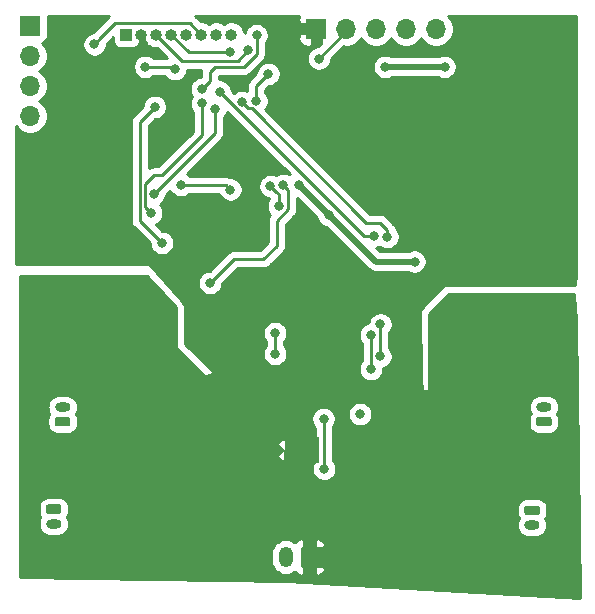
<source format=gbr>
G04 #@! TF.GenerationSoftware,KiCad,Pcbnew,(5.1.5-0-10_14)*
G04 #@! TF.CreationDate,2020-06-10T11:06:54+09:00*
G04 #@! TF.ProjectId,controller_system,636f6e74-726f-46c6-9c65-725f73797374,rev?*
G04 #@! TF.SameCoordinates,Original*
G04 #@! TF.FileFunction,Copper,L2,Bot*
G04 #@! TF.FilePolarity,Positive*
%FSLAX46Y46*%
G04 Gerber Fmt 4.6, Leading zero omitted, Abs format (unit mm)*
G04 Created by KiCad (PCBNEW (5.1.5-0-10_14)) date 2020-06-10 11:06:54*
%MOMM*%
%LPD*%
G04 APERTURE LIST*
%ADD10O,1.000000X1.000000*%
%ADD11R,1.000000X1.000000*%
%ADD12O,1.300000X0.800000*%
%ADD13C,0.100000*%
%ADD14O,1.200000X1.750000*%
%ADD15R,1.700000X1.700000*%
%ADD16O,1.700000X1.700000*%
%ADD17C,0.600000*%
%ADD18R,2.800000X2.300000*%
%ADD19C,0.800000*%
%ADD20C,0.500000*%
%ADD21C,0.250000*%
%ADD22C,0.254000*%
G04 APERTURE END LIST*
D10*
X158790000Y-83500000D03*
X157520000Y-83500000D03*
X156250000Y-83500000D03*
X154980000Y-83500000D03*
X153710000Y-83500000D03*
X152440000Y-83500000D03*
X151170000Y-83500000D03*
D11*
X149900000Y-83500000D03*
D12*
X184250000Y-125000000D03*
G04 #@! TA.AperFunction,ComponentPad*
D13*
G36*
X184719603Y-123350963D02*
G01*
X184739018Y-123353843D01*
X184758057Y-123358612D01*
X184776537Y-123365224D01*
X184794279Y-123373616D01*
X184811114Y-123383706D01*
X184826879Y-123395398D01*
X184841421Y-123408579D01*
X184854602Y-123423121D01*
X184866294Y-123438886D01*
X184876384Y-123455721D01*
X184884776Y-123473463D01*
X184891388Y-123491943D01*
X184896157Y-123510982D01*
X184899037Y-123530397D01*
X184900000Y-123550000D01*
X184900000Y-123950000D01*
X184899037Y-123969603D01*
X184896157Y-123989018D01*
X184891388Y-124008057D01*
X184884776Y-124026537D01*
X184876384Y-124044279D01*
X184866294Y-124061114D01*
X184854602Y-124076879D01*
X184841421Y-124091421D01*
X184826879Y-124104602D01*
X184811114Y-124116294D01*
X184794279Y-124126384D01*
X184776537Y-124134776D01*
X184758057Y-124141388D01*
X184739018Y-124146157D01*
X184719603Y-124149037D01*
X184700000Y-124150000D01*
X183800000Y-124150000D01*
X183780397Y-124149037D01*
X183760982Y-124146157D01*
X183741943Y-124141388D01*
X183723463Y-124134776D01*
X183705721Y-124126384D01*
X183688886Y-124116294D01*
X183673121Y-124104602D01*
X183658579Y-124091421D01*
X183645398Y-124076879D01*
X183633706Y-124061114D01*
X183623616Y-124044279D01*
X183615224Y-124026537D01*
X183608612Y-124008057D01*
X183603843Y-123989018D01*
X183600963Y-123969603D01*
X183600000Y-123950000D01*
X183600000Y-123550000D01*
X183600963Y-123530397D01*
X183603843Y-123510982D01*
X183608612Y-123491943D01*
X183615224Y-123473463D01*
X183623616Y-123455721D01*
X183633706Y-123438886D01*
X183645398Y-123423121D01*
X183658579Y-123408579D01*
X183673121Y-123395398D01*
X183688886Y-123383706D01*
X183705721Y-123373616D01*
X183723463Y-123365224D01*
X183741943Y-123358612D01*
X183760982Y-123353843D01*
X183780397Y-123350963D01*
X183800000Y-123350000D01*
X184700000Y-123350000D01*
X184719603Y-123350963D01*
G37*
G04 #@! TD.AperFunction*
D12*
X143750000Y-124900000D03*
G04 #@! TA.AperFunction,ComponentPad*
D13*
G36*
X144219603Y-123250963D02*
G01*
X144239018Y-123253843D01*
X144258057Y-123258612D01*
X144276537Y-123265224D01*
X144294279Y-123273616D01*
X144311114Y-123283706D01*
X144326879Y-123295398D01*
X144341421Y-123308579D01*
X144354602Y-123323121D01*
X144366294Y-123338886D01*
X144376384Y-123355721D01*
X144384776Y-123373463D01*
X144391388Y-123391943D01*
X144396157Y-123410982D01*
X144399037Y-123430397D01*
X144400000Y-123450000D01*
X144400000Y-123850000D01*
X144399037Y-123869603D01*
X144396157Y-123889018D01*
X144391388Y-123908057D01*
X144384776Y-123926537D01*
X144376384Y-123944279D01*
X144366294Y-123961114D01*
X144354602Y-123976879D01*
X144341421Y-123991421D01*
X144326879Y-124004602D01*
X144311114Y-124016294D01*
X144294279Y-124026384D01*
X144276537Y-124034776D01*
X144258057Y-124041388D01*
X144239018Y-124046157D01*
X144219603Y-124049037D01*
X144200000Y-124050000D01*
X143300000Y-124050000D01*
X143280397Y-124049037D01*
X143260982Y-124046157D01*
X143241943Y-124041388D01*
X143223463Y-124034776D01*
X143205721Y-124026384D01*
X143188886Y-124016294D01*
X143173121Y-124004602D01*
X143158579Y-123991421D01*
X143145398Y-123976879D01*
X143133706Y-123961114D01*
X143123616Y-123944279D01*
X143115224Y-123926537D01*
X143108612Y-123908057D01*
X143103843Y-123889018D01*
X143100963Y-123869603D01*
X143100000Y-123850000D01*
X143100000Y-123450000D01*
X143100963Y-123430397D01*
X143103843Y-123410982D01*
X143108612Y-123391943D01*
X143115224Y-123373463D01*
X143123616Y-123355721D01*
X143133706Y-123338886D01*
X143145398Y-123323121D01*
X143158579Y-123308579D01*
X143173121Y-123295398D01*
X143188886Y-123283706D01*
X143205721Y-123273616D01*
X143223463Y-123265224D01*
X143241943Y-123258612D01*
X143260982Y-123253843D01*
X143280397Y-123250963D01*
X143300000Y-123250000D01*
X144200000Y-123250000D01*
X144219603Y-123250963D01*
G37*
G04 #@! TD.AperFunction*
G04 #@! TA.AperFunction,ComponentPad*
G36*
X185719603Y-115850963D02*
G01*
X185739018Y-115853843D01*
X185758057Y-115858612D01*
X185776537Y-115865224D01*
X185794279Y-115873616D01*
X185811114Y-115883706D01*
X185826879Y-115895398D01*
X185841421Y-115908579D01*
X185854602Y-115923121D01*
X185866294Y-115938886D01*
X185876384Y-115955721D01*
X185884776Y-115973463D01*
X185891388Y-115991943D01*
X185896157Y-116010982D01*
X185899037Y-116030397D01*
X185900000Y-116050000D01*
X185900000Y-116450000D01*
X185899037Y-116469603D01*
X185896157Y-116489018D01*
X185891388Y-116508057D01*
X185884776Y-116526537D01*
X185876384Y-116544279D01*
X185866294Y-116561114D01*
X185854602Y-116576879D01*
X185841421Y-116591421D01*
X185826879Y-116604602D01*
X185811114Y-116616294D01*
X185794279Y-116626384D01*
X185776537Y-116634776D01*
X185758057Y-116641388D01*
X185739018Y-116646157D01*
X185719603Y-116649037D01*
X185700000Y-116650000D01*
X184800000Y-116650000D01*
X184780397Y-116649037D01*
X184760982Y-116646157D01*
X184741943Y-116641388D01*
X184723463Y-116634776D01*
X184705721Y-116626384D01*
X184688886Y-116616294D01*
X184673121Y-116604602D01*
X184658579Y-116591421D01*
X184645398Y-116576879D01*
X184633706Y-116561114D01*
X184623616Y-116544279D01*
X184615224Y-116526537D01*
X184608612Y-116508057D01*
X184603843Y-116489018D01*
X184600963Y-116469603D01*
X184600000Y-116450000D01*
X184600000Y-116050000D01*
X184600963Y-116030397D01*
X184603843Y-116010982D01*
X184608612Y-115991943D01*
X184615224Y-115973463D01*
X184623616Y-115955721D01*
X184633706Y-115938886D01*
X184645398Y-115923121D01*
X184658579Y-115908579D01*
X184673121Y-115895398D01*
X184688886Y-115883706D01*
X184705721Y-115873616D01*
X184723463Y-115865224D01*
X184741943Y-115858612D01*
X184760982Y-115853843D01*
X184780397Y-115850963D01*
X184800000Y-115850000D01*
X185700000Y-115850000D01*
X185719603Y-115850963D01*
G37*
G04 #@! TD.AperFunction*
D12*
X185250000Y-115000000D03*
X144500000Y-115000000D03*
G04 #@! TA.AperFunction,ComponentPad*
D13*
G36*
X144969603Y-115850963D02*
G01*
X144989018Y-115853843D01*
X145008057Y-115858612D01*
X145026537Y-115865224D01*
X145044279Y-115873616D01*
X145061114Y-115883706D01*
X145076879Y-115895398D01*
X145091421Y-115908579D01*
X145104602Y-115923121D01*
X145116294Y-115938886D01*
X145126384Y-115955721D01*
X145134776Y-115973463D01*
X145141388Y-115991943D01*
X145146157Y-116010982D01*
X145149037Y-116030397D01*
X145150000Y-116050000D01*
X145150000Y-116450000D01*
X145149037Y-116469603D01*
X145146157Y-116489018D01*
X145141388Y-116508057D01*
X145134776Y-116526537D01*
X145126384Y-116544279D01*
X145116294Y-116561114D01*
X145104602Y-116576879D01*
X145091421Y-116591421D01*
X145076879Y-116604602D01*
X145061114Y-116616294D01*
X145044279Y-116626384D01*
X145026537Y-116634776D01*
X145008057Y-116641388D01*
X144989018Y-116646157D01*
X144969603Y-116649037D01*
X144950000Y-116650000D01*
X144050000Y-116650000D01*
X144030397Y-116649037D01*
X144010982Y-116646157D01*
X143991943Y-116641388D01*
X143973463Y-116634776D01*
X143955721Y-116626384D01*
X143938886Y-116616294D01*
X143923121Y-116604602D01*
X143908579Y-116591421D01*
X143895398Y-116576879D01*
X143883706Y-116561114D01*
X143873616Y-116544279D01*
X143865224Y-116526537D01*
X143858612Y-116508057D01*
X143853843Y-116489018D01*
X143850963Y-116469603D01*
X143850000Y-116450000D01*
X143850000Y-116050000D01*
X143850963Y-116030397D01*
X143853843Y-116010982D01*
X143858612Y-115991943D01*
X143865224Y-115973463D01*
X143873616Y-115955721D01*
X143883706Y-115938886D01*
X143895398Y-115923121D01*
X143908579Y-115908579D01*
X143923121Y-115895398D01*
X143938886Y-115883706D01*
X143955721Y-115873616D01*
X143973463Y-115865224D01*
X143991943Y-115858612D01*
X144010982Y-115853843D01*
X144030397Y-115850963D01*
X144050000Y-115850000D01*
X144950000Y-115850000D01*
X144969603Y-115850963D01*
G37*
G04 #@! TD.AperFunction*
G04 #@! TA.AperFunction,ComponentPad*
G36*
X165774505Y-126826204D02*
G01*
X165798773Y-126829804D01*
X165822572Y-126835765D01*
X165845671Y-126844030D01*
X165867850Y-126854520D01*
X165888893Y-126867132D01*
X165908599Y-126881747D01*
X165926777Y-126898223D01*
X165943253Y-126916401D01*
X165957868Y-126936107D01*
X165970480Y-126957150D01*
X165980970Y-126979329D01*
X165989235Y-127002428D01*
X165995196Y-127026227D01*
X165998796Y-127050495D01*
X166000000Y-127074999D01*
X166000000Y-128325001D01*
X165998796Y-128349505D01*
X165995196Y-128373773D01*
X165989235Y-128397572D01*
X165980970Y-128420671D01*
X165970480Y-128442850D01*
X165957868Y-128463893D01*
X165943253Y-128483599D01*
X165926777Y-128501777D01*
X165908599Y-128518253D01*
X165888893Y-128532868D01*
X165867850Y-128545480D01*
X165845671Y-128555970D01*
X165822572Y-128564235D01*
X165798773Y-128570196D01*
X165774505Y-128573796D01*
X165750001Y-128575000D01*
X165049999Y-128575000D01*
X165025495Y-128573796D01*
X165001227Y-128570196D01*
X164977428Y-128564235D01*
X164954329Y-128555970D01*
X164932150Y-128545480D01*
X164911107Y-128532868D01*
X164891401Y-128518253D01*
X164873223Y-128501777D01*
X164856747Y-128483599D01*
X164842132Y-128463893D01*
X164829520Y-128442850D01*
X164819030Y-128420671D01*
X164810765Y-128397572D01*
X164804804Y-128373773D01*
X164801204Y-128349505D01*
X164800000Y-128325001D01*
X164800000Y-127074999D01*
X164801204Y-127050495D01*
X164804804Y-127026227D01*
X164810765Y-127002428D01*
X164819030Y-126979329D01*
X164829520Y-126957150D01*
X164842132Y-126936107D01*
X164856747Y-126916401D01*
X164873223Y-126898223D01*
X164891401Y-126881747D01*
X164911107Y-126867132D01*
X164932150Y-126854520D01*
X164954329Y-126844030D01*
X164977428Y-126835765D01*
X165001227Y-126829804D01*
X165025495Y-126826204D01*
X165049999Y-126825000D01*
X165750001Y-126825000D01*
X165774505Y-126826204D01*
G37*
G04 #@! TD.AperFunction*
D14*
X163400000Y-127700000D03*
D15*
X141750000Y-82750000D03*
D16*
X141750000Y-85290000D03*
X141750000Y-87830000D03*
X141750000Y-90370000D03*
D15*
X165960000Y-83000000D03*
D16*
X168500000Y-83000000D03*
X171040000Y-83000000D03*
X173580000Y-83000000D03*
X176120000Y-83000000D03*
D17*
X164090881Y-119154881D03*
X164840881Y-118654881D03*
X165590881Y-119154881D03*
X165590881Y-118154881D03*
X164090881Y-118154881D03*
D18*
X164840881Y-118654881D03*
D19*
X158500000Y-105500000D03*
X167500000Y-109750000D03*
X166800000Y-103300000D03*
X148900000Y-98300000D03*
X150000000Y-98300000D03*
X153200000Y-123600000D03*
X154100000Y-123600000D03*
X151000000Y-122700000D03*
X152000000Y-122700000D03*
X152900000Y-122700000D03*
X153800000Y-122700000D03*
X155000000Y-123500000D03*
X154800000Y-122600000D03*
X152300000Y-123500000D03*
X151400000Y-123500000D03*
X154100000Y-124500000D03*
X147000000Y-106900000D03*
X148100000Y-106900000D03*
X147600000Y-106100000D03*
X146700000Y-106100000D03*
X145900000Y-106400000D03*
X144700000Y-106300000D03*
X145300000Y-107000000D03*
X146200000Y-107300000D03*
X144500000Y-107200000D03*
X158000000Y-128000000D03*
X181400000Y-108500000D03*
X181400000Y-109300000D03*
X180800000Y-107900000D03*
X180000000Y-107900000D03*
X179200000Y-108300000D03*
X178300000Y-108300000D03*
X178800000Y-107500000D03*
X180500000Y-107100000D03*
X181400000Y-107300000D03*
X179600000Y-107100000D03*
X178900000Y-103000000D03*
X178900000Y-102000000D03*
X178900000Y-101000000D03*
X178900000Y-100000000D03*
X178700000Y-89600000D03*
X179600000Y-89600000D03*
X180600000Y-89600000D03*
X154600000Y-112800000D03*
X174700000Y-126200000D03*
X174700000Y-127200000D03*
X176100000Y-127800000D03*
X173300000Y-128000000D03*
X174300000Y-128000000D03*
X176900000Y-128600000D03*
X175800000Y-128600000D03*
X177900000Y-128500000D03*
X175200000Y-127900000D03*
X178800000Y-96900000D03*
X159000000Y-92100000D03*
X168400000Y-109000000D03*
X171800000Y-119500000D03*
X171800000Y-118500000D03*
X158900000Y-108500000D03*
X172500000Y-91100000D03*
X172500000Y-89700000D03*
X148700000Y-91000000D03*
X148700000Y-89000000D03*
X171800000Y-86200000D03*
X176845000Y-86200000D03*
X164500000Y-96200000D03*
X174300000Y-102700000D03*
X167050000Y-98750000D03*
X166644437Y-120248892D03*
X166600000Y-116000000D03*
X169700000Y-115600000D03*
X161925002Y-86800000D03*
X166200000Y-85500000D03*
X160902158Y-89096763D03*
X154500000Y-96200000D03*
X158700000Y-96600000D03*
X160200000Y-84800000D03*
X158700000Y-84950001D03*
X147187347Y-84312653D03*
X156300000Y-88100000D03*
X160925001Y-83525001D03*
X151500000Y-86200000D03*
X154000000Y-86400000D03*
X162100000Y-96300000D03*
X162800000Y-98000000D03*
X157400000Y-89775000D03*
X152200000Y-97000000D03*
X170900000Y-100500000D03*
X157800000Y-88300000D03*
X170600000Y-111800000D03*
X170600000Y-108900000D03*
X172000000Y-100600000D03*
X171413542Y-110713542D03*
X171400000Y-108000000D03*
X159712653Y-89187347D03*
X156300000Y-89300000D03*
X152000000Y-98600000D03*
X152300000Y-89600000D03*
X152900000Y-101100000D03*
X163200000Y-96200000D03*
X162500000Y-110500000D03*
X162500000Y-108750000D03*
X157000000Y-104500000D03*
D20*
X171800000Y-86200000D02*
X176845000Y-86200000D01*
X171000000Y-102700000D02*
X174300000Y-102700000D01*
X164500000Y-96200000D02*
X167050000Y-98750000D01*
X167050000Y-98750000D02*
X171000000Y-102700000D01*
D21*
X166644437Y-116044437D02*
X166600000Y-116000000D01*
X166644437Y-120248892D02*
X166644437Y-116044437D01*
X168500000Y-83200000D02*
X168500000Y-83000000D01*
X166200000Y-85500000D02*
X168500000Y-83200000D01*
X160902158Y-87822844D02*
X161925002Y-86800000D01*
X160902158Y-89096763D02*
X160902158Y-87822844D01*
X158300000Y-96200000D02*
X158700000Y-96600000D01*
X154500000Y-96200000D02*
X158300000Y-96200000D01*
X154615002Y-85675002D02*
X152440000Y-83500000D01*
X159324998Y-85675002D02*
X154615002Y-85675002D01*
X160200000Y-84800000D02*
X159324998Y-85675002D01*
X155160001Y-84950001D02*
X153710000Y-83500000D01*
X158700000Y-84950001D02*
X155160001Y-84950001D01*
X156300000Y-88100000D02*
X157000000Y-87400000D01*
X157000000Y-87400000D02*
X157000000Y-87100000D01*
X157000000Y-87100000D02*
X157000000Y-86600000D01*
X157000000Y-86600000D02*
X157400000Y-86200000D01*
X159873002Y-86200000D02*
X160925001Y-85148001D01*
X160925001Y-85148001D02*
X160925001Y-83525001D01*
X157400000Y-86200000D02*
X159873002Y-86200000D01*
X147587346Y-83912654D02*
X147587346Y-83812654D01*
X147187347Y-84312653D02*
X147587346Y-83912654D01*
X147587346Y-83812654D02*
X148900000Y-82500000D01*
X155250000Y-82500000D02*
X156250000Y-83500000D01*
X148900000Y-82500000D02*
X155250000Y-82500000D01*
X153800000Y-86200000D02*
X154000000Y-86400000D01*
X151500000Y-86200000D02*
X153800000Y-86200000D01*
X162100000Y-96300000D02*
X162600000Y-96800000D01*
X162600000Y-96800000D02*
X162800000Y-97000000D01*
X162800000Y-97000000D02*
X162800000Y-98000000D01*
X157400000Y-90340685D02*
X157400000Y-89775000D01*
X152200000Y-97000000D02*
X157400000Y-91800000D01*
X157400000Y-91800000D02*
X157400000Y-90340685D01*
X170900000Y-100500000D02*
X170000000Y-100500000D01*
X170000000Y-100500000D02*
X164800000Y-95300000D01*
X164800000Y-95300000D02*
X159200000Y-89700000D01*
X159200000Y-89700000D02*
X157800000Y-88300000D01*
X170600000Y-111800000D02*
X170600000Y-108900000D01*
X170200000Y-99400000D02*
X160500000Y-89700000D01*
X171365685Y-99400000D02*
X170200000Y-99400000D01*
X172000000Y-100034315D02*
X171365685Y-99400000D01*
X172000000Y-100600000D02*
X172000000Y-100034315D01*
X171413542Y-108013542D02*
X171400000Y-108000000D01*
X171413542Y-110713542D02*
X171413542Y-108013542D01*
X160225306Y-89700000D02*
X159712653Y-89187347D01*
X160500000Y-89700000D02*
X160225306Y-89700000D01*
X152200000Y-95400000D02*
X152250000Y-95400000D01*
X152200000Y-95400000D02*
X152900000Y-95400000D01*
X156300000Y-92000000D02*
X156300000Y-89300000D01*
X152900000Y-95400000D02*
X156300000Y-92000000D01*
X151474999Y-96125001D02*
X152200000Y-95400000D01*
X151474999Y-98074999D02*
X151474999Y-96125001D01*
X152000000Y-98600000D02*
X151474999Y-98074999D01*
X151024989Y-90875011D02*
X151900001Y-89999999D01*
X151024989Y-99224989D02*
X151024989Y-90875011D01*
X151900001Y-89999999D02*
X152300000Y-89600000D01*
X152900000Y-101100000D02*
X151024989Y-99224989D01*
X163599999Y-98273003D02*
X162623002Y-99250000D01*
X163599999Y-96599999D02*
X163599999Y-98273003D01*
X163200000Y-96200000D02*
X163599999Y-96599999D01*
X162623002Y-99250000D02*
X162623002Y-101376998D01*
X162623002Y-101376998D02*
X161500000Y-102500000D01*
X159000000Y-102500000D02*
X158000000Y-103500000D01*
X161500000Y-102500000D02*
X159000000Y-102500000D01*
X162500000Y-110500000D02*
X162500000Y-108750000D01*
X158000000Y-103500000D02*
X157000000Y-104500000D01*
D22*
G36*
X165649211Y-120550790D02*
G01*
X165699832Y-120673000D01*
X165624012Y-120673000D01*
X165617280Y-120390261D01*
X165649211Y-120550790D01*
G37*
X165649211Y-120550790D02*
X165699832Y-120673000D01*
X165624012Y-120673000D01*
X165617280Y-120390261D01*
X165649211Y-120550790D01*
G36*
X165611268Y-120137748D02*
G01*
X165610132Y-120090028D01*
X165620862Y-120089515D01*
X165611268Y-120137748D01*
G37*
X165611268Y-120137748D02*
X165610132Y-120090028D01*
X165620862Y-120089515D01*
X165611268Y-120137748D01*
G36*
X148359999Y-81959999D02*
G01*
X148336201Y-81988997D01*
X147076347Y-83248852D01*
X147047345Y-83272653D01*
X147035015Y-83287677D01*
X146885449Y-83317427D01*
X146697091Y-83395448D01*
X146527573Y-83508716D01*
X146383410Y-83652879D01*
X146270142Y-83822397D01*
X146192121Y-84010755D01*
X146152347Y-84210714D01*
X146152347Y-84414592D01*
X146192121Y-84614551D01*
X146270142Y-84802909D01*
X146383410Y-84972427D01*
X146527573Y-85116590D01*
X146697091Y-85229858D01*
X146885449Y-85307879D01*
X147085408Y-85347653D01*
X147289286Y-85347653D01*
X147489245Y-85307879D01*
X147677603Y-85229858D01*
X147847121Y-85116590D01*
X147991284Y-84972427D01*
X148104552Y-84802909D01*
X148182573Y-84614551D01*
X148222347Y-84414592D01*
X148222347Y-84336879D01*
X148292892Y-84204901D01*
X148302903Y-84171898D01*
X148761928Y-83712873D01*
X148761928Y-84000000D01*
X148774188Y-84124482D01*
X148810498Y-84244180D01*
X148869463Y-84354494D01*
X148948815Y-84451185D01*
X149045506Y-84530537D01*
X149155820Y-84589502D01*
X149275518Y-84625812D01*
X149400000Y-84638072D01*
X150400000Y-84638072D01*
X150524482Y-84625812D01*
X150644180Y-84589502D01*
X150754494Y-84530537D01*
X150851185Y-84451185D01*
X150930537Y-84354494D01*
X150989502Y-84244180D01*
X151025812Y-84124482D01*
X151038072Y-84000000D01*
X151038072Y-83260000D01*
X151330503Y-83260000D01*
X151305000Y-83388212D01*
X151305000Y-83611788D01*
X151348617Y-83831067D01*
X151434176Y-84037624D01*
X151543000Y-84200490D01*
X151543000Y-84402183D01*
X151706099Y-84500411D01*
X151800196Y-84437549D01*
X151902376Y-84505824D01*
X152108933Y-84591383D01*
X152328212Y-84635000D01*
X152500199Y-84635000D01*
X153305198Y-85440000D01*
X152203711Y-85440000D01*
X152159774Y-85396063D01*
X151990256Y-85282795D01*
X151801898Y-85204774D01*
X151601939Y-85165000D01*
X151398061Y-85165000D01*
X151198102Y-85204774D01*
X151009744Y-85282795D01*
X150840226Y-85396063D01*
X150696063Y-85540226D01*
X150582795Y-85709744D01*
X150504774Y-85898102D01*
X150465000Y-86098061D01*
X150465000Y-86301939D01*
X150504774Y-86501898D01*
X150582795Y-86690256D01*
X150696063Y-86859774D01*
X150840226Y-87003937D01*
X151009744Y-87117205D01*
X151198102Y-87195226D01*
X151398061Y-87235000D01*
X151601939Y-87235000D01*
X151801898Y-87195226D01*
X151990256Y-87117205D01*
X152159774Y-87003937D01*
X152203711Y-86960000D01*
X153129396Y-86960000D01*
X153196063Y-87059774D01*
X153340226Y-87203937D01*
X153509744Y-87317205D01*
X153698102Y-87395226D01*
X153898061Y-87435000D01*
X154101939Y-87435000D01*
X154301898Y-87395226D01*
X154490256Y-87317205D01*
X154659774Y-87203937D01*
X154803937Y-87059774D01*
X154917205Y-86890256D01*
X154995226Y-86701898D01*
X155035000Y-86501939D01*
X155035000Y-86435002D01*
X156255854Y-86435002D01*
X156250997Y-86451014D01*
X156240000Y-86562667D01*
X156240000Y-86562678D01*
X156236324Y-86600000D01*
X156240000Y-86637322D01*
X156240000Y-87065000D01*
X156198061Y-87065000D01*
X155998102Y-87104774D01*
X155809744Y-87182795D01*
X155640226Y-87296063D01*
X155496063Y-87440226D01*
X155382795Y-87609744D01*
X155304774Y-87798102D01*
X155265000Y-87998061D01*
X155265000Y-88201939D01*
X155304774Y-88401898D01*
X155382795Y-88590256D01*
X155456123Y-88700000D01*
X155382795Y-88809744D01*
X155304774Y-88998102D01*
X155265000Y-89198061D01*
X155265000Y-89401939D01*
X155304774Y-89601898D01*
X155382795Y-89790256D01*
X155496063Y-89959774D01*
X155540001Y-90003712D01*
X155540000Y-91685198D01*
X152585199Y-94640000D01*
X152237322Y-94640000D01*
X152199999Y-94636324D01*
X152162676Y-94640000D01*
X152162667Y-94640000D01*
X152051014Y-94650997D01*
X151907753Y-94694454D01*
X151784989Y-94760074D01*
X151784989Y-91189812D01*
X152339802Y-90635000D01*
X152401939Y-90635000D01*
X152601898Y-90595226D01*
X152790256Y-90517205D01*
X152959774Y-90403937D01*
X153103937Y-90259774D01*
X153217205Y-90090256D01*
X153295226Y-89901898D01*
X153335000Y-89701939D01*
X153335000Y-89498061D01*
X153295226Y-89298102D01*
X153217205Y-89109744D01*
X153103937Y-88940226D01*
X152959774Y-88796063D01*
X152790256Y-88682795D01*
X152601898Y-88604774D01*
X152401939Y-88565000D01*
X152198061Y-88565000D01*
X151998102Y-88604774D01*
X151809744Y-88682795D01*
X151640226Y-88796063D01*
X151496063Y-88940226D01*
X151382795Y-89109744D01*
X151304774Y-89298102D01*
X151265000Y-89498061D01*
X151265000Y-89560198D01*
X150513987Y-90311212D01*
X150484989Y-90335010D01*
X150461191Y-90364008D01*
X150461190Y-90364009D01*
X150390015Y-90450735D01*
X150319443Y-90582765D01*
X150289169Y-90682569D01*
X150282200Y-90705545D01*
X150275987Y-90726026D01*
X150261313Y-90875011D01*
X150264990Y-90912343D01*
X150264989Y-99187667D01*
X150261313Y-99224989D01*
X150264989Y-99262311D01*
X150264989Y-99262321D01*
X150275986Y-99373974D01*
X150286846Y-99409774D01*
X150319443Y-99517235D01*
X150390015Y-99649265D01*
X150417533Y-99682795D01*
X150484988Y-99764990D01*
X150513992Y-99788793D01*
X151865000Y-101139802D01*
X151865000Y-101201939D01*
X151904774Y-101401898D01*
X151982795Y-101590256D01*
X152096063Y-101759774D01*
X152240226Y-101903937D01*
X152409744Y-102017205D01*
X152598102Y-102095226D01*
X152798061Y-102135000D01*
X153001939Y-102135000D01*
X153201898Y-102095226D01*
X153390256Y-102017205D01*
X153559774Y-101903937D01*
X153703937Y-101759774D01*
X153817205Y-101590256D01*
X153895226Y-101401898D01*
X153935000Y-101201939D01*
X153935000Y-100998061D01*
X153895226Y-100798102D01*
X153817205Y-100609744D01*
X153703937Y-100440226D01*
X153559774Y-100296063D01*
X153390256Y-100182795D01*
X153201898Y-100104774D01*
X153001939Y-100065000D01*
X152939802Y-100065000D01*
X152420783Y-99545982D01*
X152490256Y-99517205D01*
X152659774Y-99403937D01*
X152803937Y-99259774D01*
X152917205Y-99090256D01*
X152995226Y-98901898D01*
X153035000Y-98701939D01*
X153035000Y-98498061D01*
X152995226Y-98298102D01*
X152917205Y-98109744D01*
X152803937Y-97940226D01*
X152744603Y-97880892D01*
X152859774Y-97803937D01*
X153003937Y-97659774D01*
X153117205Y-97490256D01*
X153195226Y-97301898D01*
X153235000Y-97101939D01*
X153235000Y-97039801D01*
X153583496Y-96691305D01*
X153696063Y-96859774D01*
X153840226Y-97003937D01*
X154009744Y-97117205D01*
X154198102Y-97195226D01*
X154398061Y-97235000D01*
X154601939Y-97235000D01*
X154801898Y-97195226D01*
X154990256Y-97117205D01*
X155159774Y-97003937D01*
X155203711Y-96960000D01*
X157728841Y-96960000D01*
X157782795Y-97090256D01*
X157896063Y-97259774D01*
X158040226Y-97403937D01*
X158209744Y-97517205D01*
X158398102Y-97595226D01*
X158598061Y-97635000D01*
X158801939Y-97635000D01*
X159001898Y-97595226D01*
X159190256Y-97517205D01*
X159359774Y-97403937D01*
X159503937Y-97259774D01*
X159617205Y-97090256D01*
X159695226Y-96901898D01*
X159735000Y-96701939D01*
X159735000Y-96498061D01*
X159695226Y-96298102D01*
X159617205Y-96109744D01*
X159503937Y-95940226D01*
X159359774Y-95796063D01*
X159190256Y-95682795D01*
X159001898Y-95604774D01*
X158801939Y-95565000D01*
X158724227Y-95565000D01*
X158592247Y-95494454D01*
X158448986Y-95450997D01*
X158337333Y-95440000D01*
X158337322Y-95440000D01*
X158300000Y-95436324D01*
X158262678Y-95440000D01*
X155203711Y-95440000D01*
X155159774Y-95396063D01*
X154991305Y-95283496D01*
X157911004Y-92363798D01*
X157940001Y-92340001D01*
X158034974Y-92224276D01*
X158105546Y-92092247D01*
X158149003Y-91948986D01*
X158160000Y-91837333D01*
X158160000Y-91837332D01*
X158163677Y-91800000D01*
X158160000Y-91762667D01*
X158160000Y-90478711D01*
X158203937Y-90434774D01*
X158317205Y-90265256D01*
X158395226Y-90076898D01*
X158412957Y-89987759D01*
X158688997Y-90263799D01*
X158689003Y-90263804D01*
X163743709Y-95318511D01*
X163690256Y-95282795D01*
X163501898Y-95204774D01*
X163301939Y-95165000D01*
X163098061Y-95165000D01*
X162898102Y-95204774D01*
X162709744Y-95282795D01*
X162571630Y-95375080D01*
X162401898Y-95304774D01*
X162201939Y-95265000D01*
X161998061Y-95265000D01*
X161798102Y-95304774D01*
X161609744Y-95382795D01*
X161440226Y-95496063D01*
X161296063Y-95640226D01*
X161182795Y-95809744D01*
X161104774Y-95998102D01*
X161065000Y-96198061D01*
X161065000Y-96401939D01*
X161104774Y-96601898D01*
X161182795Y-96790256D01*
X161296063Y-96959774D01*
X161440226Y-97103937D01*
X161609744Y-97217205D01*
X161798102Y-97295226D01*
X161998061Y-97335000D01*
X162001289Y-97335000D01*
X161996063Y-97340226D01*
X161882795Y-97509744D01*
X161804774Y-97698102D01*
X161765000Y-97898061D01*
X161765000Y-98101939D01*
X161804774Y-98301898D01*
X161882795Y-98490256D01*
X161996063Y-98659774D01*
X162066453Y-98730164D01*
X162038949Y-98763677D01*
X161988028Y-98825724D01*
X161982428Y-98836201D01*
X161917456Y-98957754D01*
X161873999Y-99101015D01*
X161863002Y-99212668D01*
X161863002Y-99212678D01*
X161859326Y-99250000D01*
X161863002Y-99287323D01*
X161863003Y-101062195D01*
X161185199Y-101740000D01*
X159037333Y-101740000D01*
X159000000Y-101736323D01*
X158962667Y-101740000D01*
X158851014Y-101750997D01*
X158707753Y-101794454D01*
X158575724Y-101865026D01*
X158459999Y-101959999D01*
X158436201Y-101988997D01*
X157489002Y-102936197D01*
X157488997Y-102936201D01*
X156960199Y-103465000D01*
X156898061Y-103465000D01*
X156698102Y-103504774D01*
X156509744Y-103582795D01*
X156340226Y-103696063D01*
X156196063Y-103840226D01*
X156082795Y-104009744D01*
X156004774Y-104198102D01*
X155965000Y-104398061D01*
X155965000Y-104601939D01*
X156004774Y-104801898D01*
X156082795Y-104990256D01*
X156196063Y-105159774D01*
X156340226Y-105303937D01*
X156509744Y-105417205D01*
X156698102Y-105495226D01*
X156898061Y-105535000D01*
X157101939Y-105535000D01*
X157301898Y-105495226D01*
X157490256Y-105417205D01*
X157659774Y-105303937D01*
X157803937Y-105159774D01*
X157917205Y-104990256D01*
X157995226Y-104801898D01*
X158035000Y-104601939D01*
X158035000Y-104539801D01*
X158563799Y-104011003D01*
X158563803Y-104010998D01*
X159314802Y-103260000D01*
X161462678Y-103260000D01*
X161500000Y-103263676D01*
X161537322Y-103260000D01*
X161537333Y-103260000D01*
X161648986Y-103249003D01*
X161792247Y-103205546D01*
X161924276Y-103134974D01*
X162040001Y-103040001D01*
X162063804Y-103010998D01*
X163134005Y-101940797D01*
X163163003Y-101916999D01*
X163257976Y-101801274D01*
X163328548Y-101669245D01*
X163372005Y-101525984D01*
X163383002Y-101414331D01*
X163383002Y-101414323D01*
X163386678Y-101376998D01*
X163383002Y-101339673D01*
X163383002Y-99564801D01*
X164111007Y-98836798D01*
X164140000Y-98813004D01*
X164163794Y-98784011D01*
X164163798Y-98784007D01*
X164234972Y-98697280D01*
X164236483Y-98694454D01*
X164305545Y-98565250D01*
X164349002Y-98421989D01*
X164359999Y-98310336D01*
X164359999Y-98310327D01*
X164363675Y-98273004D01*
X164359999Y-98235681D01*
X164359999Y-97311577D01*
X166043465Y-98995044D01*
X166054774Y-99051898D01*
X166132795Y-99240256D01*
X166246063Y-99409774D01*
X166390226Y-99553937D01*
X166559744Y-99667205D01*
X166748102Y-99745226D01*
X166804957Y-99756535D01*
X170343470Y-103295049D01*
X170371183Y-103328817D01*
X170404951Y-103356530D01*
X170404953Y-103356532D01*
X170505941Y-103439411D01*
X170659686Y-103521589D01*
X170826510Y-103572195D01*
X170956523Y-103585000D01*
X170956531Y-103585000D01*
X171000000Y-103589281D01*
X171043469Y-103585000D01*
X173761546Y-103585000D01*
X173809744Y-103617205D01*
X173998102Y-103695226D01*
X174198061Y-103735000D01*
X174401939Y-103735000D01*
X174601898Y-103695226D01*
X174790256Y-103617205D01*
X174959774Y-103503937D01*
X175103937Y-103359774D01*
X175217205Y-103190256D01*
X175295226Y-103001898D01*
X175335000Y-102801939D01*
X175335000Y-102598061D01*
X175295226Y-102398102D01*
X175217205Y-102209744D01*
X175103937Y-102040226D01*
X174959774Y-101896063D01*
X174790256Y-101782795D01*
X174601898Y-101704774D01*
X174401939Y-101665000D01*
X174198061Y-101665000D01*
X173998102Y-101704774D01*
X173809744Y-101782795D01*
X173761546Y-101815000D01*
X171366579Y-101815000D01*
X171072536Y-101520957D01*
X171201898Y-101495226D01*
X171371630Y-101424920D01*
X171509744Y-101517205D01*
X171698102Y-101595226D01*
X171898061Y-101635000D01*
X172101939Y-101635000D01*
X172301898Y-101595226D01*
X172490256Y-101517205D01*
X172659774Y-101403937D01*
X172803937Y-101259774D01*
X172917205Y-101090256D01*
X172995226Y-100901898D01*
X173035000Y-100701939D01*
X173035000Y-100498061D01*
X172995226Y-100298102D01*
X172917205Y-100109744D01*
X172803937Y-99940226D01*
X172748987Y-99885276D01*
X172705546Y-99742068D01*
X172702298Y-99735991D01*
X172634974Y-99610038D01*
X172563799Y-99523312D01*
X172540001Y-99494314D01*
X172511002Y-99470515D01*
X171929488Y-98889002D01*
X171905686Y-98859999D01*
X171789961Y-98765026D01*
X171657932Y-98694454D01*
X171514671Y-98650997D01*
X171403018Y-98640000D01*
X171403007Y-98640000D01*
X171365685Y-98636324D01*
X171328363Y-98640000D01*
X170514802Y-98640000D01*
X161668717Y-89793915D01*
X161706095Y-89756537D01*
X161819363Y-89587019D01*
X161897384Y-89398661D01*
X161937158Y-89198702D01*
X161937158Y-88994824D01*
X161897384Y-88794865D01*
X161819363Y-88606507D01*
X161706095Y-88436989D01*
X161662158Y-88393052D01*
X161662158Y-88137645D01*
X161964804Y-87835000D01*
X162026941Y-87835000D01*
X162226900Y-87795226D01*
X162415258Y-87717205D01*
X162584776Y-87603937D01*
X162728939Y-87459774D01*
X162842207Y-87290256D01*
X162920228Y-87101898D01*
X162960002Y-86901939D01*
X162960002Y-86698061D01*
X162920228Y-86498102D01*
X162842207Y-86309744D01*
X162728939Y-86140226D01*
X162584776Y-85996063D01*
X162415258Y-85882795D01*
X162226900Y-85804774D01*
X162026941Y-85765000D01*
X161823063Y-85765000D01*
X161623104Y-85804774D01*
X161434746Y-85882795D01*
X161265228Y-85996063D01*
X161121065Y-86140226D01*
X161007797Y-86309744D01*
X160929776Y-86498102D01*
X160890002Y-86698061D01*
X160890002Y-86760198D01*
X160391156Y-87259045D01*
X160362158Y-87282843D01*
X160338360Y-87311841D01*
X160338359Y-87311842D01*
X160267184Y-87398568D01*
X160196612Y-87530598D01*
X160153156Y-87673859D01*
X160138482Y-87822844D01*
X160142159Y-87860176D01*
X160142159Y-88244978D01*
X160014551Y-88192121D01*
X159814592Y-88152347D01*
X159610714Y-88152347D01*
X159410755Y-88192121D01*
X159222397Y-88270142D01*
X159052879Y-88383410D01*
X159005545Y-88430744D01*
X158835000Y-88260199D01*
X158835000Y-88198061D01*
X158795226Y-87998102D01*
X158717205Y-87809744D01*
X158603937Y-87640226D01*
X158459774Y-87496063D01*
X158290256Y-87382795D01*
X158101898Y-87304774D01*
X157901939Y-87265000D01*
X157760000Y-87265000D01*
X157760000Y-86960000D01*
X159835680Y-86960000D01*
X159873002Y-86963676D01*
X159910324Y-86960000D01*
X159910335Y-86960000D01*
X160021988Y-86949003D01*
X160165249Y-86905546D01*
X160297278Y-86834974D01*
X160413003Y-86740001D01*
X160436806Y-86710998D01*
X161436005Y-85711799D01*
X161465002Y-85688002D01*
X161559975Y-85572277D01*
X161630547Y-85440248D01*
X161674004Y-85296987D01*
X161685001Y-85185334D01*
X161685001Y-85185325D01*
X161688677Y-85148002D01*
X161685001Y-85110679D01*
X161685001Y-84228712D01*
X161728938Y-84184775D01*
X161842206Y-84015257D01*
X161910658Y-83850000D01*
X164471928Y-83850000D01*
X164484188Y-83974482D01*
X164520498Y-84094180D01*
X164579463Y-84204494D01*
X164658815Y-84301185D01*
X164755506Y-84380537D01*
X164865820Y-84439502D01*
X164985518Y-84475812D01*
X165110000Y-84488072D01*
X165420250Y-84485000D01*
X165579000Y-84326250D01*
X165579000Y-83381000D01*
X164633750Y-83381000D01*
X164475000Y-83539750D01*
X164471928Y-83850000D01*
X161910658Y-83850000D01*
X161920227Y-83826899D01*
X161960001Y-83626940D01*
X161960001Y-83423062D01*
X161920227Y-83223103D01*
X161842206Y-83034745D01*
X161728938Y-82865227D01*
X161584775Y-82721064D01*
X161415257Y-82607796D01*
X161226899Y-82529775D01*
X161026940Y-82490001D01*
X160823062Y-82490001D01*
X160623103Y-82529775D01*
X160434745Y-82607796D01*
X160265227Y-82721064D01*
X160121064Y-82865227D01*
X160007796Y-83034745D01*
X159929775Y-83223103D01*
X159910967Y-83317660D01*
X159881383Y-83168933D01*
X159795824Y-82962376D01*
X159671612Y-82776480D01*
X159513520Y-82618388D01*
X159327624Y-82494176D01*
X159121067Y-82408617D01*
X158901788Y-82365000D01*
X158678212Y-82365000D01*
X158458933Y-82408617D01*
X158252376Y-82494176D01*
X158155000Y-82559241D01*
X158057624Y-82494176D01*
X157851067Y-82408617D01*
X157631788Y-82365000D01*
X157408212Y-82365000D01*
X157188933Y-82408617D01*
X156982376Y-82494176D01*
X156885000Y-82559241D01*
X156787624Y-82494176D01*
X156581067Y-82408617D01*
X156361788Y-82365000D01*
X156189801Y-82365000D01*
X155813804Y-81989002D01*
X155790001Y-81959999D01*
X155749792Y-81927000D01*
X164514073Y-81927000D01*
X164484188Y-82025518D01*
X164471928Y-82150000D01*
X164475000Y-82460250D01*
X164633750Y-82619000D01*
X165579000Y-82619000D01*
X165579000Y-82599000D01*
X166341000Y-82599000D01*
X166341000Y-82619000D01*
X166361000Y-82619000D01*
X166361000Y-83381000D01*
X166341000Y-83381000D01*
X166341000Y-84284199D01*
X166160199Y-84465000D01*
X166098061Y-84465000D01*
X165898102Y-84504774D01*
X165709744Y-84582795D01*
X165540226Y-84696063D01*
X165396063Y-84840226D01*
X165282795Y-85009744D01*
X165204774Y-85198102D01*
X165165000Y-85398061D01*
X165165000Y-85601939D01*
X165204774Y-85801898D01*
X165282795Y-85990256D01*
X165396063Y-86159774D01*
X165540226Y-86303937D01*
X165709744Y-86417205D01*
X165898102Y-86495226D01*
X166098061Y-86535000D01*
X166301939Y-86535000D01*
X166501898Y-86495226D01*
X166690256Y-86417205D01*
X166859774Y-86303937D01*
X167003937Y-86159774D01*
X167045172Y-86098061D01*
X170765000Y-86098061D01*
X170765000Y-86301939D01*
X170804774Y-86501898D01*
X170882795Y-86690256D01*
X170996063Y-86859774D01*
X171140226Y-87003937D01*
X171309744Y-87117205D01*
X171498102Y-87195226D01*
X171698061Y-87235000D01*
X171901939Y-87235000D01*
X172101898Y-87195226D01*
X172290256Y-87117205D01*
X172338454Y-87085000D01*
X176306546Y-87085000D01*
X176354744Y-87117205D01*
X176543102Y-87195226D01*
X176743061Y-87235000D01*
X176946939Y-87235000D01*
X177146898Y-87195226D01*
X177335256Y-87117205D01*
X177504774Y-87003937D01*
X177648937Y-86859774D01*
X177762205Y-86690256D01*
X177840226Y-86501898D01*
X177880000Y-86301939D01*
X177880000Y-86098061D01*
X177840226Y-85898102D01*
X177762205Y-85709744D01*
X177648937Y-85540226D01*
X177504774Y-85396063D01*
X177335256Y-85282795D01*
X177146898Y-85204774D01*
X176946939Y-85165000D01*
X176743061Y-85165000D01*
X176543102Y-85204774D01*
X176354744Y-85282795D01*
X176306546Y-85315000D01*
X172338454Y-85315000D01*
X172290256Y-85282795D01*
X172101898Y-85204774D01*
X171901939Y-85165000D01*
X171698061Y-85165000D01*
X171498102Y-85204774D01*
X171309744Y-85282795D01*
X171140226Y-85396063D01*
X170996063Y-85540226D01*
X170882795Y-85709744D01*
X170804774Y-85898102D01*
X170765000Y-86098061D01*
X167045172Y-86098061D01*
X167117205Y-85990256D01*
X167195226Y-85801898D01*
X167235000Y-85601939D01*
X167235000Y-85539801D01*
X168300410Y-84474392D01*
X168353740Y-84485000D01*
X168646260Y-84485000D01*
X168933158Y-84427932D01*
X169203411Y-84315990D01*
X169446632Y-84153475D01*
X169653475Y-83946632D01*
X169770000Y-83772240D01*
X169886525Y-83946632D01*
X170093368Y-84153475D01*
X170336589Y-84315990D01*
X170606842Y-84427932D01*
X170893740Y-84485000D01*
X171186260Y-84485000D01*
X171473158Y-84427932D01*
X171743411Y-84315990D01*
X171986632Y-84153475D01*
X172193475Y-83946632D01*
X172310000Y-83772240D01*
X172426525Y-83946632D01*
X172633368Y-84153475D01*
X172876589Y-84315990D01*
X173146842Y-84427932D01*
X173433740Y-84485000D01*
X173726260Y-84485000D01*
X174013158Y-84427932D01*
X174283411Y-84315990D01*
X174526632Y-84153475D01*
X174733475Y-83946632D01*
X174850000Y-83772240D01*
X174966525Y-83946632D01*
X175173368Y-84153475D01*
X175416589Y-84315990D01*
X175686842Y-84427932D01*
X175973740Y-84485000D01*
X176266260Y-84485000D01*
X176553158Y-84427932D01*
X176823411Y-84315990D01*
X177066632Y-84153475D01*
X177273475Y-83946632D01*
X177435990Y-83703411D01*
X177547932Y-83433158D01*
X177605000Y-83146260D01*
X177605000Y-82853740D01*
X177547932Y-82566842D01*
X177435990Y-82296589D01*
X177273475Y-82053368D01*
X177147107Y-81927000D01*
X187973000Y-81927000D01*
X187973000Y-103664137D01*
X187884736Y-104673000D01*
X176900000Y-104673000D01*
X176875224Y-104675440D01*
X176851399Y-104682667D01*
X176829443Y-104694403D01*
X176810197Y-104710197D01*
X174810197Y-106710197D01*
X174794403Y-106729443D01*
X174782667Y-106751399D01*
X174775440Y-106775224D01*
X174773020Y-106802267D01*
X174873000Y-112401147D01*
X174873000Y-112900000D01*
X174873981Y-112915752D01*
X174973605Y-113712746D01*
X175073000Y-115004878D01*
X175073000Y-119647394D01*
X175047394Y-119673000D01*
X167600000Y-119673000D01*
X167575224Y-119675440D01*
X167551399Y-119682667D01*
X167529443Y-119694403D01*
X167522519Y-119700085D01*
X167448374Y-119589118D01*
X167404437Y-119545181D01*
X167404437Y-116659026D01*
X167517205Y-116490256D01*
X167595226Y-116301898D01*
X167635000Y-116101939D01*
X167635000Y-115898061D01*
X167595226Y-115698102D01*
X167517205Y-115509744D01*
X167509399Y-115498061D01*
X168665000Y-115498061D01*
X168665000Y-115701939D01*
X168704774Y-115901898D01*
X168782795Y-116090256D01*
X168896063Y-116259774D01*
X169040226Y-116403937D01*
X169209744Y-116517205D01*
X169398102Y-116595226D01*
X169598061Y-116635000D01*
X169801939Y-116635000D01*
X170001898Y-116595226D01*
X170190256Y-116517205D01*
X170359774Y-116403937D01*
X170503937Y-116259774D01*
X170617205Y-116090256D01*
X170695226Y-115901898D01*
X170735000Y-115701939D01*
X170735000Y-115498061D01*
X170695226Y-115298102D01*
X170617205Y-115109744D01*
X170503937Y-114940226D01*
X170359774Y-114796063D01*
X170190256Y-114682795D01*
X170001898Y-114604774D01*
X169801939Y-114565000D01*
X169598061Y-114565000D01*
X169398102Y-114604774D01*
X169209744Y-114682795D01*
X169040226Y-114796063D01*
X168896063Y-114940226D01*
X168782795Y-115109744D01*
X168704774Y-115298102D01*
X168665000Y-115498061D01*
X167509399Y-115498061D01*
X167403937Y-115340226D01*
X167259774Y-115196063D01*
X167090256Y-115082795D01*
X166901898Y-115004774D01*
X166701939Y-114965000D01*
X166498061Y-114965000D01*
X166298102Y-115004774D01*
X166109744Y-115082795D01*
X165940226Y-115196063D01*
X165796063Y-115340226D01*
X165682795Y-115509744D01*
X165604774Y-115698102D01*
X165565000Y-115898061D01*
X165565000Y-116101939D01*
X165604774Y-116301898D01*
X165682795Y-116490256D01*
X165796063Y-116659774D01*
X165884438Y-116748149D01*
X165884438Y-117266834D01*
X165820387Y-117243820D01*
X165638238Y-117216551D01*
X165541825Y-117221158D01*
X165426964Y-112396977D01*
X165423935Y-112372266D01*
X165416143Y-112348620D01*
X165403887Y-112326949D01*
X165387640Y-112308085D01*
X165368024Y-112292754D01*
X165345794Y-112281544D01*
X165321805Y-112274886D01*
X165300000Y-112273000D01*
X157551257Y-112273000D01*
X154827000Y-109646038D01*
X154827000Y-108648061D01*
X161465000Y-108648061D01*
X161465000Y-108851939D01*
X161504774Y-109051898D01*
X161582795Y-109240256D01*
X161696063Y-109409774D01*
X161740001Y-109453712D01*
X161740000Y-109796289D01*
X161696063Y-109840226D01*
X161582795Y-110009744D01*
X161504774Y-110198102D01*
X161465000Y-110398061D01*
X161465000Y-110601939D01*
X161504774Y-110801898D01*
X161582795Y-110990256D01*
X161696063Y-111159774D01*
X161840226Y-111303937D01*
X162009744Y-111417205D01*
X162198102Y-111495226D01*
X162398061Y-111535000D01*
X162601939Y-111535000D01*
X162801898Y-111495226D01*
X162990256Y-111417205D01*
X163159774Y-111303937D01*
X163303937Y-111159774D01*
X163417205Y-110990256D01*
X163495226Y-110801898D01*
X163535000Y-110601939D01*
X163535000Y-110398061D01*
X163495226Y-110198102D01*
X163417205Y-110009744D01*
X163303937Y-109840226D01*
X163260000Y-109796289D01*
X163260000Y-109453711D01*
X163303937Y-109409774D01*
X163417205Y-109240256D01*
X163495226Y-109051898D01*
X163535000Y-108851939D01*
X163535000Y-108798061D01*
X169565000Y-108798061D01*
X169565000Y-109001939D01*
X169604774Y-109201898D01*
X169682795Y-109390256D01*
X169796063Y-109559774D01*
X169840001Y-109603712D01*
X169840000Y-111096289D01*
X169796063Y-111140226D01*
X169682795Y-111309744D01*
X169604774Y-111498102D01*
X169565000Y-111698061D01*
X169565000Y-111901939D01*
X169604774Y-112101898D01*
X169682795Y-112290256D01*
X169796063Y-112459774D01*
X169940226Y-112603937D01*
X170109744Y-112717205D01*
X170298102Y-112795226D01*
X170498061Y-112835000D01*
X170701939Y-112835000D01*
X170901898Y-112795226D01*
X171090256Y-112717205D01*
X171259774Y-112603937D01*
X171403937Y-112459774D01*
X171517205Y-112290256D01*
X171595226Y-112101898D01*
X171635000Y-111901939D01*
X171635000Y-111724768D01*
X171715440Y-111708768D01*
X171903798Y-111630747D01*
X172073316Y-111517479D01*
X172217479Y-111373316D01*
X172330747Y-111203798D01*
X172408768Y-111015440D01*
X172448542Y-110815481D01*
X172448542Y-110611603D01*
X172408768Y-110411644D01*
X172330747Y-110223286D01*
X172217479Y-110053768D01*
X172173542Y-110009831D01*
X172173542Y-108690169D01*
X172203937Y-108659774D01*
X172317205Y-108490256D01*
X172395226Y-108301898D01*
X172435000Y-108101939D01*
X172435000Y-107898061D01*
X172395226Y-107698102D01*
X172317205Y-107509744D01*
X172203937Y-107340226D01*
X172059774Y-107196063D01*
X171890256Y-107082795D01*
X171701898Y-107004774D01*
X171501939Y-106965000D01*
X171298061Y-106965000D01*
X171098102Y-107004774D01*
X170909744Y-107082795D01*
X170740226Y-107196063D01*
X170596063Y-107340226D01*
X170482795Y-107509744D01*
X170404774Y-107698102D01*
X170366366Y-107891196D01*
X170298102Y-107904774D01*
X170109744Y-107982795D01*
X169940226Y-108096063D01*
X169796063Y-108240226D01*
X169682795Y-108409744D01*
X169604774Y-108598102D01*
X169565000Y-108798061D01*
X163535000Y-108798061D01*
X163535000Y-108648061D01*
X163495226Y-108448102D01*
X163417205Y-108259744D01*
X163303937Y-108090226D01*
X163159774Y-107946063D01*
X162990256Y-107832795D01*
X162801898Y-107754774D01*
X162601939Y-107715000D01*
X162398061Y-107715000D01*
X162198102Y-107754774D01*
X162009744Y-107832795D01*
X161840226Y-107946063D01*
X161696063Y-108090226D01*
X161582795Y-108259744D01*
X161504774Y-108448102D01*
X161465000Y-108648061D01*
X154827000Y-108648061D01*
X154827000Y-106400000D01*
X154824560Y-106375224D01*
X154817333Y-106351399D01*
X154805670Y-106329553D01*
X154605670Y-106029553D01*
X154594247Y-106014874D01*
X151794247Y-102914874D01*
X151775829Y-102898123D01*
X151754496Y-102885287D01*
X151731070Y-102876859D01*
X151700000Y-102873000D01*
X140527000Y-102873000D01*
X140527000Y-91212580D01*
X140596525Y-91316632D01*
X140803368Y-91523475D01*
X141046589Y-91685990D01*
X141316842Y-91797932D01*
X141603740Y-91855000D01*
X141896260Y-91855000D01*
X142183158Y-91797932D01*
X142453411Y-91685990D01*
X142696632Y-91523475D01*
X142903475Y-91316632D01*
X143065990Y-91073411D01*
X143177932Y-90803158D01*
X143235000Y-90516260D01*
X143235000Y-90223740D01*
X143177932Y-89936842D01*
X143065990Y-89666589D01*
X142903475Y-89423368D01*
X142696632Y-89216525D01*
X142522240Y-89100000D01*
X142696632Y-88983475D01*
X142903475Y-88776632D01*
X143065990Y-88533411D01*
X143177932Y-88263158D01*
X143235000Y-87976260D01*
X143235000Y-87683740D01*
X143177932Y-87396842D01*
X143065990Y-87126589D01*
X142903475Y-86883368D01*
X142696632Y-86676525D01*
X142522240Y-86560000D01*
X142696632Y-86443475D01*
X142903475Y-86236632D01*
X143065990Y-85993411D01*
X143177932Y-85723158D01*
X143235000Y-85436260D01*
X143235000Y-85143740D01*
X143177932Y-84856842D01*
X143065990Y-84586589D01*
X142903475Y-84343368D01*
X142771620Y-84211513D01*
X142844180Y-84189502D01*
X142954494Y-84130537D01*
X143051185Y-84051185D01*
X143130537Y-83954494D01*
X143189502Y-83844180D01*
X143225812Y-83724482D01*
X143238072Y-83600000D01*
X143238072Y-81927000D01*
X148400208Y-81927000D01*
X148359999Y-81959999D01*
G37*
X148359999Y-81959999D02*
X148336201Y-81988997D01*
X147076347Y-83248852D01*
X147047345Y-83272653D01*
X147035015Y-83287677D01*
X146885449Y-83317427D01*
X146697091Y-83395448D01*
X146527573Y-83508716D01*
X146383410Y-83652879D01*
X146270142Y-83822397D01*
X146192121Y-84010755D01*
X146152347Y-84210714D01*
X146152347Y-84414592D01*
X146192121Y-84614551D01*
X146270142Y-84802909D01*
X146383410Y-84972427D01*
X146527573Y-85116590D01*
X146697091Y-85229858D01*
X146885449Y-85307879D01*
X147085408Y-85347653D01*
X147289286Y-85347653D01*
X147489245Y-85307879D01*
X147677603Y-85229858D01*
X147847121Y-85116590D01*
X147991284Y-84972427D01*
X148104552Y-84802909D01*
X148182573Y-84614551D01*
X148222347Y-84414592D01*
X148222347Y-84336879D01*
X148292892Y-84204901D01*
X148302903Y-84171898D01*
X148761928Y-83712873D01*
X148761928Y-84000000D01*
X148774188Y-84124482D01*
X148810498Y-84244180D01*
X148869463Y-84354494D01*
X148948815Y-84451185D01*
X149045506Y-84530537D01*
X149155820Y-84589502D01*
X149275518Y-84625812D01*
X149400000Y-84638072D01*
X150400000Y-84638072D01*
X150524482Y-84625812D01*
X150644180Y-84589502D01*
X150754494Y-84530537D01*
X150851185Y-84451185D01*
X150930537Y-84354494D01*
X150989502Y-84244180D01*
X151025812Y-84124482D01*
X151038072Y-84000000D01*
X151038072Y-83260000D01*
X151330503Y-83260000D01*
X151305000Y-83388212D01*
X151305000Y-83611788D01*
X151348617Y-83831067D01*
X151434176Y-84037624D01*
X151543000Y-84200490D01*
X151543000Y-84402183D01*
X151706099Y-84500411D01*
X151800196Y-84437549D01*
X151902376Y-84505824D01*
X152108933Y-84591383D01*
X152328212Y-84635000D01*
X152500199Y-84635000D01*
X153305198Y-85440000D01*
X152203711Y-85440000D01*
X152159774Y-85396063D01*
X151990256Y-85282795D01*
X151801898Y-85204774D01*
X151601939Y-85165000D01*
X151398061Y-85165000D01*
X151198102Y-85204774D01*
X151009744Y-85282795D01*
X150840226Y-85396063D01*
X150696063Y-85540226D01*
X150582795Y-85709744D01*
X150504774Y-85898102D01*
X150465000Y-86098061D01*
X150465000Y-86301939D01*
X150504774Y-86501898D01*
X150582795Y-86690256D01*
X150696063Y-86859774D01*
X150840226Y-87003937D01*
X151009744Y-87117205D01*
X151198102Y-87195226D01*
X151398061Y-87235000D01*
X151601939Y-87235000D01*
X151801898Y-87195226D01*
X151990256Y-87117205D01*
X152159774Y-87003937D01*
X152203711Y-86960000D01*
X153129396Y-86960000D01*
X153196063Y-87059774D01*
X153340226Y-87203937D01*
X153509744Y-87317205D01*
X153698102Y-87395226D01*
X153898061Y-87435000D01*
X154101939Y-87435000D01*
X154301898Y-87395226D01*
X154490256Y-87317205D01*
X154659774Y-87203937D01*
X154803937Y-87059774D01*
X154917205Y-86890256D01*
X154995226Y-86701898D01*
X155035000Y-86501939D01*
X155035000Y-86435002D01*
X156255854Y-86435002D01*
X156250997Y-86451014D01*
X156240000Y-86562667D01*
X156240000Y-86562678D01*
X156236324Y-86600000D01*
X156240000Y-86637322D01*
X156240000Y-87065000D01*
X156198061Y-87065000D01*
X155998102Y-87104774D01*
X155809744Y-87182795D01*
X155640226Y-87296063D01*
X155496063Y-87440226D01*
X155382795Y-87609744D01*
X155304774Y-87798102D01*
X155265000Y-87998061D01*
X155265000Y-88201939D01*
X155304774Y-88401898D01*
X155382795Y-88590256D01*
X155456123Y-88700000D01*
X155382795Y-88809744D01*
X155304774Y-88998102D01*
X155265000Y-89198061D01*
X155265000Y-89401939D01*
X155304774Y-89601898D01*
X155382795Y-89790256D01*
X155496063Y-89959774D01*
X155540001Y-90003712D01*
X155540000Y-91685198D01*
X152585199Y-94640000D01*
X152237322Y-94640000D01*
X152199999Y-94636324D01*
X152162676Y-94640000D01*
X152162667Y-94640000D01*
X152051014Y-94650997D01*
X151907753Y-94694454D01*
X151784989Y-94760074D01*
X151784989Y-91189812D01*
X152339802Y-90635000D01*
X152401939Y-90635000D01*
X152601898Y-90595226D01*
X152790256Y-90517205D01*
X152959774Y-90403937D01*
X153103937Y-90259774D01*
X153217205Y-90090256D01*
X153295226Y-89901898D01*
X153335000Y-89701939D01*
X153335000Y-89498061D01*
X153295226Y-89298102D01*
X153217205Y-89109744D01*
X153103937Y-88940226D01*
X152959774Y-88796063D01*
X152790256Y-88682795D01*
X152601898Y-88604774D01*
X152401939Y-88565000D01*
X152198061Y-88565000D01*
X151998102Y-88604774D01*
X151809744Y-88682795D01*
X151640226Y-88796063D01*
X151496063Y-88940226D01*
X151382795Y-89109744D01*
X151304774Y-89298102D01*
X151265000Y-89498061D01*
X151265000Y-89560198D01*
X150513987Y-90311212D01*
X150484989Y-90335010D01*
X150461191Y-90364008D01*
X150461190Y-90364009D01*
X150390015Y-90450735D01*
X150319443Y-90582765D01*
X150289169Y-90682569D01*
X150282200Y-90705545D01*
X150275987Y-90726026D01*
X150261313Y-90875011D01*
X150264990Y-90912343D01*
X150264989Y-99187667D01*
X150261313Y-99224989D01*
X150264989Y-99262311D01*
X150264989Y-99262321D01*
X150275986Y-99373974D01*
X150286846Y-99409774D01*
X150319443Y-99517235D01*
X150390015Y-99649265D01*
X150417533Y-99682795D01*
X150484988Y-99764990D01*
X150513992Y-99788793D01*
X151865000Y-101139802D01*
X151865000Y-101201939D01*
X151904774Y-101401898D01*
X151982795Y-101590256D01*
X152096063Y-101759774D01*
X152240226Y-101903937D01*
X152409744Y-102017205D01*
X152598102Y-102095226D01*
X152798061Y-102135000D01*
X153001939Y-102135000D01*
X153201898Y-102095226D01*
X153390256Y-102017205D01*
X153559774Y-101903937D01*
X153703937Y-101759774D01*
X153817205Y-101590256D01*
X153895226Y-101401898D01*
X153935000Y-101201939D01*
X153935000Y-100998061D01*
X153895226Y-100798102D01*
X153817205Y-100609744D01*
X153703937Y-100440226D01*
X153559774Y-100296063D01*
X153390256Y-100182795D01*
X153201898Y-100104774D01*
X153001939Y-100065000D01*
X152939802Y-100065000D01*
X152420783Y-99545982D01*
X152490256Y-99517205D01*
X152659774Y-99403937D01*
X152803937Y-99259774D01*
X152917205Y-99090256D01*
X152995226Y-98901898D01*
X153035000Y-98701939D01*
X153035000Y-98498061D01*
X152995226Y-98298102D01*
X152917205Y-98109744D01*
X152803937Y-97940226D01*
X152744603Y-97880892D01*
X152859774Y-97803937D01*
X153003937Y-97659774D01*
X153117205Y-97490256D01*
X153195226Y-97301898D01*
X153235000Y-97101939D01*
X153235000Y-97039801D01*
X153583496Y-96691305D01*
X153696063Y-96859774D01*
X153840226Y-97003937D01*
X154009744Y-97117205D01*
X154198102Y-97195226D01*
X154398061Y-97235000D01*
X154601939Y-97235000D01*
X154801898Y-97195226D01*
X154990256Y-97117205D01*
X155159774Y-97003937D01*
X155203711Y-96960000D01*
X157728841Y-96960000D01*
X157782795Y-97090256D01*
X157896063Y-97259774D01*
X158040226Y-97403937D01*
X158209744Y-97517205D01*
X158398102Y-97595226D01*
X158598061Y-97635000D01*
X158801939Y-97635000D01*
X159001898Y-97595226D01*
X159190256Y-97517205D01*
X159359774Y-97403937D01*
X159503937Y-97259774D01*
X159617205Y-97090256D01*
X159695226Y-96901898D01*
X159735000Y-96701939D01*
X159735000Y-96498061D01*
X159695226Y-96298102D01*
X159617205Y-96109744D01*
X159503937Y-95940226D01*
X159359774Y-95796063D01*
X159190256Y-95682795D01*
X159001898Y-95604774D01*
X158801939Y-95565000D01*
X158724227Y-95565000D01*
X158592247Y-95494454D01*
X158448986Y-95450997D01*
X158337333Y-95440000D01*
X158337322Y-95440000D01*
X158300000Y-95436324D01*
X158262678Y-95440000D01*
X155203711Y-95440000D01*
X155159774Y-95396063D01*
X154991305Y-95283496D01*
X157911004Y-92363798D01*
X157940001Y-92340001D01*
X158034974Y-92224276D01*
X158105546Y-92092247D01*
X158149003Y-91948986D01*
X158160000Y-91837333D01*
X158160000Y-91837332D01*
X158163677Y-91800000D01*
X158160000Y-91762667D01*
X158160000Y-90478711D01*
X158203937Y-90434774D01*
X158317205Y-90265256D01*
X158395226Y-90076898D01*
X158412957Y-89987759D01*
X158688997Y-90263799D01*
X158689003Y-90263804D01*
X163743709Y-95318511D01*
X163690256Y-95282795D01*
X163501898Y-95204774D01*
X163301939Y-95165000D01*
X163098061Y-95165000D01*
X162898102Y-95204774D01*
X162709744Y-95282795D01*
X162571630Y-95375080D01*
X162401898Y-95304774D01*
X162201939Y-95265000D01*
X161998061Y-95265000D01*
X161798102Y-95304774D01*
X161609744Y-95382795D01*
X161440226Y-95496063D01*
X161296063Y-95640226D01*
X161182795Y-95809744D01*
X161104774Y-95998102D01*
X161065000Y-96198061D01*
X161065000Y-96401939D01*
X161104774Y-96601898D01*
X161182795Y-96790256D01*
X161296063Y-96959774D01*
X161440226Y-97103937D01*
X161609744Y-97217205D01*
X161798102Y-97295226D01*
X161998061Y-97335000D01*
X162001289Y-97335000D01*
X161996063Y-97340226D01*
X161882795Y-97509744D01*
X161804774Y-97698102D01*
X161765000Y-97898061D01*
X161765000Y-98101939D01*
X161804774Y-98301898D01*
X161882795Y-98490256D01*
X161996063Y-98659774D01*
X162066453Y-98730164D01*
X162038949Y-98763677D01*
X161988028Y-98825724D01*
X161982428Y-98836201D01*
X161917456Y-98957754D01*
X161873999Y-99101015D01*
X161863002Y-99212668D01*
X161863002Y-99212678D01*
X161859326Y-99250000D01*
X161863002Y-99287323D01*
X161863003Y-101062195D01*
X161185199Y-101740000D01*
X159037333Y-101740000D01*
X159000000Y-101736323D01*
X158962667Y-101740000D01*
X158851014Y-101750997D01*
X158707753Y-101794454D01*
X158575724Y-101865026D01*
X158459999Y-101959999D01*
X158436201Y-101988997D01*
X157489002Y-102936197D01*
X157488997Y-102936201D01*
X156960199Y-103465000D01*
X156898061Y-103465000D01*
X156698102Y-103504774D01*
X156509744Y-103582795D01*
X156340226Y-103696063D01*
X156196063Y-103840226D01*
X156082795Y-104009744D01*
X156004774Y-104198102D01*
X155965000Y-104398061D01*
X155965000Y-104601939D01*
X156004774Y-104801898D01*
X156082795Y-104990256D01*
X156196063Y-105159774D01*
X156340226Y-105303937D01*
X156509744Y-105417205D01*
X156698102Y-105495226D01*
X156898061Y-105535000D01*
X157101939Y-105535000D01*
X157301898Y-105495226D01*
X157490256Y-105417205D01*
X157659774Y-105303937D01*
X157803937Y-105159774D01*
X157917205Y-104990256D01*
X157995226Y-104801898D01*
X158035000Y-104601939D01*
X158035000Y-104539801D01*
X158563799Y-104011003D01*
X158563803Y-104010998D01*
X159314802Y-103260000D01*
X161462678Y-103260000D01*
X161500000Y-103263676D01*
X161537322Y-103260000D01*
X161537333Y-103260000D01*
X161648986Y-103249003D01*
X161792247Y-103205546D01*
X161924276Y-103134974D01*
X162040001Y-103040001D01*
X162063804Y-103010998D01*
X163134005Y-101940797D01*
X163163003Y-101916999D01*
X163257976Y-101801274D01*
X163328548Y-101669245D01*
X163372005Y-101525984D01*
X163383002Y-101414331D01*
X163383002Y-101414323D01*
X163386678Y-101376998D01*
X163383002Y-101339673D01*
X163383002Y-99564801D01*
X164111007Y-98836798D01*
X164140000Y-98813004D01*
X164163794Y-98784011D01*
X164163798Y-98784007D01*
X164234972Y-98697280D01*
X164236483Y-98694454D01*
X164305545Y-98565250D01*
X164349002Y-98421989D01*
X164359999Y-98310336D01*
X164359999Y-98310327D01*
X164363675Y-98273004D01*
X164359999Y-98235681D01*
X164359999Y-97311577D01*
X166043465Y-98995044D01*
X166054774Y-99051898D01*
X166132795Y-99240256D01*
X166246063Y-99409774D01*
X166390226Y-99553937D01*
X166559744Y-99667205D01*
X166748102Y-99745226D01*
X166804957Y-99756535D01*
X170343470Y-103295049D01*
X170371183Y-103328817D01*
X170404951Y-103356530D01*
X170404953Y-103356532D01*
X170505941Y-103439411D01*
X170659686Y-103521589D01*
X170826510Y-103572195D01*
X170956523Y-103585000D01*
X170956531Y-103585000D01*
X171000000Y-103589281D01*
X171043469Y-103585000D01*
X173761546Y-103585000D01*
X173809744Y-103617205D01*
X173998102Y-103695226D01*
X174198061Y-103735000D01*
X174401939Y-103735000D01*
X174601898Y-103695226D01*
X174790256Y-103617205D01*
X174959774Y-103503937D01*
X175103937Y-103359774D01*
X175217205Y-103190256D01*
X175295226Y-103001898D01*
X175335000Y-102801939D01*
X175335000Y-102598061D01*
X175295226Y-102398102D01*
X175217205Y-102209744D01*
X175103937Y-102040226D01*
X174959774Y-101896063D01*
X174790256Y-101782795D01*
X174601898Y-101704774D01*
X174401939Y-101665000D01*
X174198061Y-101665000D01*
X173998102Y-101704774D01*
X173809744Y-101782795D01*
X173761546Y-101815000D01*
X171366579Y-101815000D01*
X171072536Y-101520957D01*
X171201898Y-101495226D01*
X171371630Y-101424920D01*
X171509744Y-101517205D01*
X171698102Y-101595226D01*
X171898061Y-101635000D01*
X172101939Y-101635000D01*
X172301898Y-101595226D01*
X172490256Y-101517205D01*
X172659774Y-101403937D01*
X172803937Y-101259774D01*
X172917205Y-101090256D01*
X172995226Y-100901898D01*
X173035000Y-100701939D01*
X173035000Y-100498061D01*
X172995226Y-100298102D01*
X172917205Y-100109744D01*
X172803937Y-99940226D01*
X172748987Y-99885276D01*
X172705546Y-99742068D01*
X172702298Y-99735991D01*
X172634974Y-99610038D01*
X172563799Y-99523312D01*
X172540001Y-99494314D01*
X172511002Y-99470515D01*
X171929488Y-98889002D01*
X171905686Y-98859999D01*
X171789961Y-98765026D01*
X171657932Y-98694454D01*
X171514671Y-98650997D01*
X171403018Y-98640000D01*
X171403007Y-98640000D01*
X171365685Y-98636324D01*
X171328363Y-98640000D01*
X170514802Y-98640000D01*
X161668717Y-89793915D01*
X161706095Y-89756537D01*
X161819363Y-89587019D01*
X161897384Y-89398661D01*
X161937158Y-89198702D01*
X161937158Y-88994824D01*
X161897384Y-88794865D01*
X161819363Y-88606507D01*
X161706095Y-88436989D01*
X161662158Y-88393052D01*
X161662158Y-88137645D01*
X161964804Y-87835000D01*
X162026941Y-87835000D01*
X162226900Y-87795226D01*
X162415258Y-87717205D01*
X162584776Y-87603937D01*
X162728939Y-87459774D01*
X162842207Y-87290256D01*
X162920228Y-87101898D01*
X162960002Y-86901939D01*
X162960002Y-86698061D01*
X162920228Y-86498102D01*
X162842207Y-86309744D01*
X162728939Y-86140226D01*
X162584776Y-85996063D01*
X162415258Y-85882795D01*
X162226900Y-85804774D01*
X162026941Y-85765000D01*
X161823063Y-85765000D01*
X161623104Y-85804774D01*
X161434746Y-85882795D01*
X161265228Y-85996063D01*
X161121065Y-86140226D01*
X161007797Y-86309744D01*
X160929776Y-86498102D01*
X160890002Y-86698061D01*
X160890002Y-86760198D01*
X160391156Y-87259045D01*
X160362158Y-87282843D01*
X160338360Y-87311841D01*
X160338359Y-87311842D01*
X160267184Y-87398568D01*
X160196612Y-87530598D01*
X160153156Y-87673859D01*
X160138482Y-87822844D01*
X160142159Y-87860176D01*
X160142159Y-88244978D01*
X160014551Y-88192121D01*
X159814592Y-88152347D01*
X159610714Y-88152347D01*
X159410755Y-88192121D01*
X159222397Y-88270142D01*
X159052879Y-88383410D01*
X159005545Y-88430744D01*
X158835000Y-88260199D01*
X158835000Y-88198061D01*
X158795226Y-87998102D01*
X158717205Y-87809744D01*
X158603937Y-87640226D01*
X158459774Y-87496063D01*
X158290256Y-87382795D01*
X158101898Y-87304774D01*
X157901939Y-87265000D01*
X157760000Y-87265000D01*
X157760000Y-86960000D01*
X159835680Y-86960000D01*
X159873002Y-86963676D01*
X159910324Y-86960000D01*
X159910335Y-86960000D01*
X160021988Y-86949003D01*
X160165249Y-86905546D01*
X160297278Y-86834974D01*
X160413003Y-86740001D01*
X160436806Y-86710998D01*
X161436005Y-85711799D01*
X161465002Y-85688002D01*
X161559975Y-85572277D01*
X161630547Y-85440248D01*
X161674004Y-85296987D01*
X161685001Y-85185334D01*
X161685001Y-85185325D01*
X161688677Y-85148002D01*
X161685001Y-85110679D01*
X161685001Y-84228712D01*
X161728938Y-84184775D01*
X161842206Y-84015257D01*
X161910658Y-83850000D01*
X164471928Y-83850000D01*
X164484188Y-83974482D01*
X164520498Y-84094180D01*
X164579463Y-84204494D01*
X164658815Y-84301185D01*
X164755506Y-84380537D01*
X164865820Y-84439502D01*
X164985518Y-84475812D01*
X165110000Y-84488072D01*
X165420250Y-84485000D01*
X165579000Y-84326250D01*
X165579000Y-83381000D01*
X164633750Y-83381000D01*
X164475000Y-83539750D01*
X164471928Y-83850000D01*
X161910658Y-83850000D01*
X161920227Y-83826899D01*
X161960001Y-83626940D01*
X161960001Y-83423062D01*
X161920227Y-83223103D01*
X161842206Y-83034745D01*
X161728938Y-82865227D01*
X161584775Y-82721064D01*
X161415257Y-82607796D01*
X161226899Y-82529775D01*
X161026940Y-82490001D01*
X160823062Y-82490001D01*
X160623103Y-82529775D01*
X160434745Y-82607796D01*
X160265227Y-82721064D01*
X160121064Y-82865227D01*
X160007796Y-83034745D01*
X159929775Y-83223103D01*
X159910967Y-83317660D01*
X159881383Y-83168933D01*
X159795824Y-82962376D01*
X159671612Y-82776480D01*
X159513520Y-82618388D01*
X159327624Y-82494176D01*
X159121067Y-82408617D01*
X158901788Y-82365000D01*
X158678212Y-82365000D01*
X158458933Y-82408617D01*
X158252376Y-82494176D01*
X158155000Y-82559241D01*
X158057624Y-82494176D01*
X157851067Y-82408617D01*
X157631788Y-82365000D01*
X157408212Y-82365000D01*
X157188933Y-82408617D01*
X156982376Y-82494176D01*
X156885000Y-82559241D01*
X156787624Y-82494176D01*
X156581067Y-82408617D01*
X156361788Y-82365000D01*
X156189801Y-82365000D01*
X155813804Y-81989002D01*
X155790001Y-81959999D01*
X155749792Y-81927000D01*
X164514073Y-81927000D01*
X164484188Y-82025518D01*
X164471928Y-82150000D01*
X164475000Y-82460250D01*
X164633750Y-82619000D01*
X165579000Y-82619000D01*
X165579000Y-82599000D01*
X166341000Y-82599000D01*
X166341000Y-82619000D01*
X166361000Y-82619000D01*
X166361000Y-83381000D01*
X166341000Y-83381000D01*
X166341000Y-84284199D01*
X166160199Y-84465000D01*
X166098061Y-84465000D01*
X165898102Y-84504774D01*
X165709744Y-84582795D01*
X165540226Y-84696063D01*
X165396063Y-84840226D01*
X165282795Y-85009744D01*
X165204774Y-85198102D01*
X165165000Y-85398061D01*
X165165000Y-85601939D01*
X165204774Y-85801898D01*
X165282795Y-85990256D01*
X165396063Y-86159774D01*
X165540226Y-86303937D01*
X165709744Y-86417205D01*
X165898102Y-86495226D01*
X166098061Y-86535000D01*
X166301939Y-86535000D01*
X166501898Y-86495226D01*
X166690256Y-86417205D01*
X166859774Y-86303937D01*
X167003937Y-86159774D01*
X167045172Y-86098061D01*
X170765000Y-86098061D01*
X170765000Y-86301939D01*
X170804774Y-86501898D01*
X170882795Y-86690256D01*
X170996063Y-86859774D01*
X171140226Y-87003937D01*
X171309744Y-87117205D01*
X171498102Y-87195226D01*
X171698061Y-87235000D01*
X171901939Y-87235000D01*
X172101898Y-87195226D01*
X172290256Y-87117205D01*
X172338454Y-87085000D01*
X176306546Y-87085000D01*
X176354744Y-87117205D01*
X176543102Y-87195226D01*
X176743061Y-87235000D01*
X176946939Y-87235000D01*
X177146898Y-87195226D01*
X177335256Y-87117205D01*
X177504774Y-87003937D01*
X177648937Y-86859774D01*
X177762205Y-86690256D01*
X177840226Y-86501898D01*
X177880000Y-86301939D01*
X177880000Y-86098061D01*
X177840226Y-85898102D01*
X177762205Y-85709744D01*
X177648937Y-85540226D01*
X177504774Y-85396063D01*
X177335256Y-85282795D01*
X177146898Y-85204774D01*
X176946939Y-85165000D01*
X176743061Y-85165000D01*
X176543102Y-85204774D01*
X176354744Y-85282795D01*
X176306546Y-85315000D01*
X172338454Y-85315000D01*
X172290256Y-85282795D01*
X172101898Y-85204774D01*
X171901939Y-85165000D01*
X171698061Y-85165000D01*
X171498102Y-85204774D01*
X171309744Y-85282795D01*
X171140226Y-85396063D01*
X170996063Y-85540226D01*
X170882795Y-85709744D01*
X170804774Y-85898102D01*
X170765000Y-86098061D01*
X167045172Y-86098061D01*
X167117205Y-85990256D01*
X167195226Y-85801898D01*
X167235000Y-85601939D01*
X167235000Y-85539801D01*
X168300410Y-84474392D01*
X168353740Y-84485000D01*
X168646260Y-84485000D01*
X168933158Y-84427932D01*
X169203411Y-84315990D01*
X169446632Y-84153475D01*
X169653475Y-83946632D01*
X169770000Y-83772240D01*
X169886525Y-83946632D01*
X170093368Y-84153475D01*
X170336589Y-84315990D01*
X170606842Y-84427932D01*
X170893740Y-84485000D01*
X171186260Y-84485000D01*
X171473158Y-84427932D01*
X171743411Y-84315990D01*
X171986632Y-84153475D01*
X172193475Y-83946632D01*
X172310000Y-83772240D01*
X172426525Y-83946632D01*
X172633368Y-84153475D01*
X172876589Y-84315990D01*
X173146842Y-84427932D01*
X173433740Y-84485000D01*
X173726260Y-84485000D01*
X174013158Y-84427932D01*
X174283411Y-84315990D01*
X174526632Y-84153475D01*
X174733475Y-83946632D01*
X174850000Y-83772240D01*
X174966525Y-83946632D01*
X175173368Y-84153475D01*
X175416589Y-84315990D01*
X175686842Y-84427932D01*
X175973740Y-84485000D01*
X176266260Y-84485000D01*
X176553158Y-84427932D01*
X176823411Y-84315990D01*
X177066632Y-84153475D01*
X177273475Y-83946632D01*
X177435990Y-83703411D01*
X177547932Y-83433158D01*
X177605000Y-83146260D01*
X177605000Y-82853740D01*
X177547932Y-82566842D01*
X177435990Y-82296589D01*
X177273475Y-82053368D01*
X177147107Y-81927000D01*
X187973000Y-81927000D01*
X187973000Y-103664137D01*
X187884736Y-104673000D01*
X176900000Y-104673000D01*
X176875224Y-104675440D01*
X176851399Y-104682667D01*
X176829443Y-104694403D01*
X176810197Y-104710197D01*
X174810197Y-106710197D01*
X174794403Y-106729443D01*
X174782667Y-106751399D01*
X174775440Y-106775224D01*
X174773020Y-106802267D01*
X174873000Y-112401147D01*
X174873000Y-112900000D01*
X174873981Y-112915752D01*
X174973605Y-113712746D01*
X175073000Y-115004878D01*
X175073000Y-119647394D01*
X175047394Y-119673000D01*
X167600000Y-119673000D01*
X167575224Y-119675440D01*
X167551399Y-119682667D01*
X167529443Y-119694403D01*
X167522519Y-119700085D01*
X167448374Y-119589118D01*
X167404437Y-119545181D01*
X167404437Y-116659026D01*
X167517205Y-116490256D01*
X167595226Y-116301898D01*
X167635000Y-116101939D01*
X167635000Y-115898061D01*
X167595226Y-115698102D01*
X167517205Y-115509744D01*
X167509399Y-115498061D01*
X168665000Y-115498061D01*
X168665000Y-115701939D01*
X168704774Y-115901898D01*
X168782795Y-116090256D01*
X168896063Y-116259774D01*
X169040226Y-116403937D01*
X169209744Y-116517205D01*
X169398102Y-116595226D01*
X169598061Y-116635000D01*
X169801939Y-116635000D01*
X170001898Y-116595226D01*
X170190256Y-116517205D01*
X170359774Y-116403937D01*
X170503937Y-116259774D01*
X170617205Y-116090256D01*
X170695226Y-115901898D01*
X170735000Y-115701939D01*
X170735000Y-115498061D01*
X170695226Y-115298102D01*
X170617205Y-115109744D01*
X170503937Y-114940226D01*
X170359774Y-114796063D01*
X170190256Y-114682795D01*
X170001898Y-114604774D01*
X169801939Y-114565000D01*
X169598061Y-114565000D01*
X169398102Y-114604774D01*
X169209744Y-114682795D01*
X169040226Y-114796063D01*
X168896063Y-114940226D01*
X168782795Y-115109744D01*
X168704774Y-115298102D01*
X168665000Y-115498061D01*
X167509399Y-115498061D01*
X167403937Y-115340226D01*
X167259774Y-115196063D01*
X167090256Y-115082795D01*
X166901898Y-115004774D01*
X166701939Y-114965000D01*
X166498061Y-114965000D01*
X166298102Y-115004774D01*
X166109744Y-115082795D01*
X165940226Y-115196063D01*
X165796063Y-115340226D01*
X165682795Y-115509744D01*
X165604774Y-115698102D01*
X165565000Y-115898061D01*
X165565000Y-116101939D01*
X165604774Y-116301898D01*
X165682795Y-116490256D01*
X165796063Y-116659774D01*
X165884438Y-116748149D01*
X165884438Y-117266834D01*
X165820387Y-117243820D01*
X165638238Y-117216551D01*
X165541825Y-117221158D01*
X165426964Y-112396977D01*
X165423935Y-112372266D01*
X165416143Y-112348620D01*
X165403887Y-112326949D01*
X165387640Y-112308085D01*
X165368024Y-112292754D01*
X165345794Y-112281544D01*
X165321805Y-112274886D01*
X165300000Y-112273000D01*
X157551257Y-112273000D01*
X154827000Y-109646038D01*
X154827000Y-108648061D01*
X161465000Y-108648061D01*
X161465000Y-108851939D01*
X161504774Y-109051898D01*
X161582795Y-109240256D01*
X161696063Y-109409774D01*
X161740001Y-109453712D01*
X161740000Y-109796289D01*
X161696063Y-109840226D01*
X161582795Y-110009744D01*
X161504774Y-110198102D01*
X161465000Y-110398061D01*
X161465000Y-110601939D01*
X161504774Y-110801898D01*
X161582795Y-110990256D01*
X161696063Y-111159774D01*
X161840226Y-111303937D01*
X162009744Y-111417205D01*
X162198102Y-111495226D01*
X162398061Y-111535000D01*
X162601939Y-111535000D01*
X162801898Y-111495226D01*
X162990256Y-111417205D01*
X163159774Y-111303937D01*
X163303937Y-111159774D01*
X163417205Y-110990256D01*
X163495226Y-110801898D01*
X163535000Y-110601939D01*
X163535000Y-110398061D01*
X163495226Y-110198102D01*
X163417205Y-110009744D01*
X163303937Y-109840226D01*
X163260000Y-109796289D01*
X163260000Y-109453711D01*
X163303937Y-109409774D01*
X163417205Y-109240256D01*
X163495226Y-109051898D01*
X163535000Y-108851939D01*
X163535000Y-108798061D01*
X169565000Y-108798061D01*
X169565000Y-109001939D01*
X169604774Y-109201898D01*
X169682795Y-109390256D01*
X169796063Y-109559774D01*
X169840001Y-109603712D01*
X169840000Y-111096289D01*
X169796063Y-111140226D01*
X169682795Y-111309744D01*
X169604774Y-111498102D01*
X169565000Y-111698061D01*
X169565000Y-111901939D01*
X169604774Y-112101898D01*
X169682795Y-112290256D01*
X169796063Y-112459774D01*
X169940226Y-112603937D01*
X170109744Y-112717205D01*
X170298102Y-112795226D01*
X170498061Y-112835000D01*
X170701939Y-112835000D01*
X170901898Y-112795226D01*
X171090256Y-112717205D01*
X171259774Y-112603937D01*
X171403937Y-112459774D01*
X171517205Y-112290256D01*
X171595226Y-112101898D01*
X171635000Y-111901939D01*
X171635000Y-111724768D01*
X171715440Y-111708768D01*
X171903798Y-111630747D01*
X172073316Y-111517479D01*
X172217479Y-111373316D01*
X172330747Y-111203798D01*
X172408768Y-111015440D01*
X172448542Y-110815481D01*
X172448542Y-110611603D01*
X172408768Y-110411644D01*
X172330747Y-110223286D01*
X172217479Y-110053768D01*
X172173542Y-110009831D01*
X172173542Y-108690169D01*
X172203937Y-108659774D01*
X172317205Y-108490256D01*
X172395226Y-108301898D01*
X172435000Y-108101939D01*
X172435000Y-107898061D01*
X172395226Y-107698102D01*
X172317205Y-107509744D01*
X172203937Y-107340226D01*
X172059774Y-107196063D01*
X171890256Y-107082795D01*
X171701898Y-107004774D01*
X171501939Y-106965000D01*
X171298061Y-106965000D01*
X171098102Y-107004774D01*
X170909744Y-107082795D01*
X170740226Y-107196063D01*
X170596063Y-107340226D01*
X170482795Y-107509744D01*
X170404774Y-107698102D01*
X170366366Y-107891196D01*
X170298102Y-107904774D01*
X170109744Y-107982795D01*
X169940226Y-108096063D01*
X169796063Y-108240226D01*
X169682795Y-108409744D01*
X169604774Y-108598102D01*
X169565000Y-108798061D01*
X163535000Y-108798061D01*
X163535000Y-108648061D01*
X163495226Y-108448102D01*
X163417205Y-108259744D01*
X163303937Y-108090226D01*
X163159774Y-107946063D01*
X162990256Y-107832795D01*
X162801898Y-107754774D01*
X162601939Y-107715000D01*
X162398061Y-107715000D01*
X162198102Y-107754774D01*
X162009744Y-107832795D01*
X161840226Y-107946063D01*
X161696063Y-108090226D01*
X161582795Y-108259744D01*
X161504774Y-108448102D01*
X161465000Y-108648061D01*
X154827000Y-108648061D01*
X154827000Y-106400000D01*
X154824560Y-106375224D01*
X154817333Y-106351399D01*
X154805670Y-106329553D01*
X154605670Y-106029553D01*
X154594247Y-106014874D01*
X151794247Y-102914874D01*
X151775829Y-102898123D01*
X151754496Y-102885287D01*
X151731070Y-102876859D01*
X151700000Y-102873000D01*
X140527000Y-102873000D01*
X140527000Y-91212580D01*
X140596525Y-91316632D01*
X140803368Y-91523475D01*
X141046589Y-91685990D01*
X141316842Y-91797932D01*
X141603740Y-91855000D01*
X141896260Y-91855000D01*
X142183158Y-91797932D01*
X142453411Y-91685990D01*
X142696632Y-91523475D01*
X142903475Y-91316632D01*
X143065990Y-91073411D01*
X143177932Y-90803158D01*
X143235000Y-90516260D01*
X143235000Y-90223740D01*
X143177932Y-89936842D01*
X143065990Y-89666589D01*
X142903475Y-89423368D01*
X142696632Y-89216525D01*
X142522240Y-89100000D01*
X142696632Y-88983475D01*
X142903475Y-88776632D01*
X143065990Y-88533411D01*
X143177932Y-88263158D01*
X143235000Y-87976260D01*
X143235000Y-87683740D01*
X143177932Y-87396842D01*
X143065990Y-87126589D01*
X142903475Y-86883368D01*
X142696632Y-86676525D01*
X142522240Y-86560000D01*
X142696632Y-86443475D01*
X142903475Y-86236632D01*
X143065990Y-85993411D01*
X143177932Y-85723158D01*
X143235000Y-85436260D01*
X143235000Y-85143740D01*
X143177932Y-84856842D01*
X143065990Y-84586589D01*
X142903475Y-84343368D01*
X142771620Y-84211513D01*
X142844180Y-84189502D01*
X142954494Y-84130537D01*
X143051185Y-84051185D01*
X143130537Y-83954494D01*
X143189502Y-83844180D01*
X143225812Y-83724482D01*
X143238072Y-83600000D01*
X143238072Y-81927000D01*
X148400208Y-81927000D01*
X148359999Y-81959999D01*
G36*
X165884437Y-119105984D02*
G01*
X165835540Y-119154881D01*
X165884437Y-119203778D01*
X165884437Y-119285589D01*
X165680684Y-119489343D01*
X165593760Y-119402419D01*
X165589746Y-119233836D01*
X165743032Y-119080550D01*
X165884437Y-119045330D01*
X165884437Y-119105984D01*
G37*
X165884437Y-119105984D02*
X165835540Y-119154881D01*
X165884437Y-119203778D01*
X165884437Y-119285589D01*
X165680684Y-119489343D01*
X165593760Y-119402419D01*
X165589746Y-119233836D01*
X165743032Y-119080550D01*
X165884437Y-119045330D01*
X165884437Y-119105984D01*
G36*
X165884438Y-118024174D02*
G01*
X165884438Y-118105983D01*
X165835540Y-118154881D01*
X165884437Y-118203778D01*
X165884437Y-118266834D01*
X165820387Y-118243820D01*
X165746592Y-118232772D01*
X165561504Y-118047684D01*
X165557435Y-117876776D01*
X165590881Y-117910222D01*
X165680684Y-117820420D01*
X165884438Y-118024174D01*
G37*
X165884438Y-118024174D02*
X165884438Y-118105983D01*
X165835540Y-118154881D01*
X165884437Y-118203778D01*
X165884437Y-118266834D01*
X165820387Y-118243820D01*
X165746592Y-118232772D01*
X165561504Y-118047684D01*
X165557435Y-117876776D01*
X165590881Y-117910222D01*
X165680684Y-117820420D01*
X165884438Y-118024174D01*
G36*
X154073000Y-106549768D02*
G01*
X154073000Y-109900000D01*
X154075440Y-109924776D01*
X154082667Y-109948601D01*
X154094403Y-109970557D01*
X154110197Y-109989803D01*
X157010197Y-112889803D01*
X157029443Y-112905597D01*
X157051399Y-112917333D01*
X157075224Y-112924560D01*
X157101607Y-112926990D01*
X164873000Y-112828618D01*
X164873000Y-117228444D01*
X164811432Y-117166876D01*
X164556322Y-117421986D01*
X164548913Y-117230129D01*
X164359702Y-117158541D01*
X164160160Y-117125241D01*
X163957956Y-117131509D01*
X163760861Y-117177106D01*
X163632849Y-117230129D01*
X163624592Y-117443933D01*
X163954484Y-117773825D01*
X163709825Y-118018484D01*
X163379933Y-117688592D01*
X163207006Y-117695270D01*
X163120022Y-117608286D01*
X162602876Y-118125432D01*
X163132325Y-118654881D01*
X162602876Y-119184330D01*
X163120022Y-119701476D01*
X163207006Y-119614492D01*
X163379933Y-119621170D01*
X163709825Y-119291279D01*
X163954484Y-119535938D01*
X163624592Y-119865829D01*
X163632849Y-120079633D01*
X163822060Y-120151221D01*
X164021602Y-120184521D01*
X164223806Y-120178253D01*
X164420901Y-120132656D01*
X164548913Y-120079633D01*
X164556322Y-119887776D01*
X164811432Y-120142886D01*
X164873000Y-120081318D01*
X164873000Y-121100000D01*
X164875440Y-121124776D01*
X164882667Y-121148601D01*
X164894403Y-121170557D01*
X164910197Y-121189803D01*
X164929443Y-121205597D01*
X164951399Y-121217333D01*
X164975224Y-121224560D01*
X165000000Y-121227000D01*
X166301213Y-121227000D01*
X166342539Y-121244118D01*
X166542498Y-121283892D01*
X166746376Y-121283892D01*
X166946335Y-121244118D01*
X166987661Y-121227000D01*
X167000000Y-121227000D01*
X167024776Y-121224560D01*
X167048601Y-121217333D01*
X167070557Y-121205597D01*
X167089803Y-121189803D01*
X167095514Y-121182326D01*
X167134693Y-121166097D01*
X167304211Y-121052829D01*
X167448374Y-120908666D01*
X167561642Y-120739148D01*
X167639663Y-120550790D01*
X167664286Y-120427000D01*
X175400000Y-120427000D01*
X175424776Y-120424560D01*
X175448601Y-120417333D01*
X175470557Y-120405597D01*
X175489803Y-120389803D01*
X175505597Y-120370557D01*
X175517333Y-120348601D01*
X175524560Y-120324776D01*
X175527000Y-120300000D01*
X175527000Y-115000000D01*
X183959993Y-115000000D01*
X183979976Y-115202895D01*
X184039159Y-115397993D01*
X184124741Y-115558106D01*
X184103169Y-115584392D01*
X184025722Y-115729284D01*
X183978031Y-115886500D01*
X183961928Y-116050000D01*
X183961928Y-116450000D01*
X183978031Y-116613500D01*
X184025722Y-116770716D01*
X184103169Y-116915608D01*
X184207394Y-117042606D01*
X184334392Y-117146831D01*
X184479284Y-117224278D01*
X184636500Y-117271969D01*
X184800000Y-117288072D01*
X185700000Y-117288072D01*
X185863500Y-117271969D01*
X186020716Y-117224278D01*
X186165608Y-117146831D01*
X186292606Y-117042606D01*
X186396831Y-116915608D01*
X186474278Y-116770716D01*
X186521969Y-116613500D01*
X186538072Y-116450000D01*
X186538072Y-116050000D01*
X186521969Y-115886500D01*
X186474278Y-115729284D01*
X186396831Y-115584392D01*
X186375259Y-115558106D01*
X186460841Y-115397993D01*
X186520024Y-115202895D01*
X186540007Y-115000000D01*
X186520024Y-114797105D01*
X186460841Y-114602007D01*
X186364734Y-114422203D01*
X186235396Y-114264604D01*
X186077797Y-114135266D01*
X185897993Y-114039159D01*
X185702895Y-113979976D01*
X185550838Y-113965000D01*
X184949162Y-113965000D01*
X184797105Y-113979976D01*
X184602007Y-114039159D01*
X184422203Y-114135266D01*
X184264604Y-114264604D01*
X184135266Y-114422203D01*
X184039159Y-114602007D01*
X183979976Y-114797105D01*
X183959993Y-115000000D01*
X175527000Y-115000000D01*
X175527000Y-107152606D01*
X177252606Y-105427000D01*
X187815756Y-105427000D01*
X187815327Y-105466358D01*
X187814674Y-105473817D01*
X187814960Y-105499999D01*
X187814674Y-105526181D01*
X187815327Y-105533640D01*
X187815777Y-105574933D01*
X187821192Y-105600687D01*
X188000049Y-107645029D01*
X188271440Y-131165571D01*
X163507129Y-129773200D01*
X163502238Y-129773020D01*
X140927000Y-129375218D01*
X140927000Y-127364335D01*
X162165000Y-127364335D01*
X162165000Y-128035664D01*
X162182870Y-128217101D01*
X162253489Y-128449900D01*
X162368167Y-128664448D01*
X162522498Y-128852502D01*
X162710551Y-129006833D01*
X162925099Y-129121511D01*
X163157898Y-129192130D01*
X163400000Y-129215975D01*
X163642101Y-129192130D01*
X163874900Y-129121511D01*
X164089448Y-129006833D01*
X164170213Y-128940551D01*
X164183776Y-128967333D01*
X164272157Y-129080013D01*
X164380823Y-129173287D01*
X164505597Y-129243568D01*
X164641685Y-129288157D01*
X164745250Y-129302000D01*
X164927000Y-129120250D01*
X164927000Y-128448000D01*
X165873000Y-128448000D01*
X165873000Y-129120250D01*
X166054750Y-129302000D01*
X166158315Y-129288157D01*
X166294403Y-129243568D01*
X166419177Y-129173287D01*
X166527843Y-129080013D01*
X166616224Y-128967333D01*
X166680923Y-128839575D01*
X166719456Y-128701649D01*
X166727000Y-128629750D01*
X166545250Y-128448000D01*
X165873000Y-128448000D01*
X164927000Y-128448000D01*
X164800000Y-128448000D01*
X164800000Y-126952000D01*
X164927000Y-126952000D01*
X164927000Y-126279750D01*
X165873000Y-126279750D01*
X165873000Y-126952000D01*
X166545250Y-126952000D01*
X166727000Y-126770250D01*
X166719456Y-126698351D01*
X166680923Y-126560425D01*
X166616224Y-126432667D01*
X166527843Y-126319987D01*
X166419177Y-126226713D01*
X166294403Y-126156432D01*
X166158315Y-126111843D01*
X166054750Y-126098000D01*
X165873000Y-126279750D01*
X164927000Y-126279750D01*
X164745250Y-126098000D01*
X164641685Y-126111843D01*
X164505597Y-126156432D01*
X164380823Y-126226713D01*
X164272157Y-126319987D01*
X164183776Y-126432667D01*
X164170213Y-126459449D01*
X164089449Y-126393167D01*
X163874901Y-126278489D01*
X163642102Y-126207870D01*
X163400000Y-126184025D01*
X163157899Y-126207870D01*
X162925100Y-126278489D01*
X162710552Y-126393167D01*
X162522499Y-126547498D01*
X162368168Y-126735551D01*
X162253489Y-126950099D01*
X162182870Y-127182898D01*
X162165000Y-127364335D01*
X140927000Y-127364335D01*
X140927000Y-124900000D01*
X142459993Y-124900000D01*
X142479976Y-125102895D01*
X142539159Y-125297993D01*
X142635266Y-125477797D01*
X142764604Y-125635396D01*
X142922203Y-125764734D01*
X143102007Y-125860841D01*
X143297105Y-125920024D01*
X143449162Y-125935000D01*
X144050838Y-125935000D01*
X144202895Y-125920024D01*
X144397993Y-125860841D01*
X144577797Y-125764734D01*
X144735396Y-125635396D01*
X144864734Y-125477797D01*
X144960841Y-125297993D01*
X145020024Y-125102895D01*
X145030158Y-125000000D01*
X182959993Y-125000000D01*
X182979976Y-125202895D01*
X183039159Y-125397993D01*
X183135266Y-125577797D01*
X183264604Y-125735396D01*
X183422203Y-125864734D01*
X183602007Y-125960841D01*
X183797105Y-126020024D01*
X183949162Y-126035000D01*
X184550838Y-126035000D01*
X184702895Y-126020024D01*
X184897993Y-125960841D01*
X185077797Y-125864734D01*
X185235396Y-125735396D01*
X185364734Y-125577797D01*
X185460841Y-125397993D01*
X185520024Y-125202895D01*
X185540007Y-125000000D01*
X185520024Y-124797105D01*
X185460841Y-124602007D01*
X185375259Y-124441894D01*
X185396831Y-124415608D01*
X185474278Y-124270716D01*
X185521969Y-124113500D01*
X185538072Y-123950000D01*
X185538072Y-123550000D01*
X185521969Y-123386500D01*
X185474278Y-123229284D01*
X185396831Y-123084392D01*
X185292606Y-122957394D01*
X185165608Y-122853169D01*
X185020716Y-122775722D01*
X184863500Y-122728031D01*
X184700000Y-122711928D01*
X183800000Y-122711928D01*
X183636500Y-122728031D01*
X183479284Y-122775722D01*
X183334392Y-122853169D01*
X183207394Y-122957394D01*
X183103169Y-123084392D01*
X183025722Y-123229284D01*
X182978031Y-123386500D01*
X182961928Y-123550000D01*
X182961928Y-123950000D01*
X182978031Y-124113500D01*
X183025722Y-124270716D01*
X183103169Y-124415608D01*
X183124741Y-124441894D01*
X183039159Y-124602007D01*
X182979976Y-124797105D01*
X182959993Y-125000000D01*
X145030158Y-125000000D01*
X145040007Y-124900000D01*
X145020024Y-124697105D01*
X144960841Y-124502007D01*
X144875259Y-124341894D01*
X144896831Y-124315608D01*
X144974278Y-124170716D01*
X145021969Y-124013500D01*
X145038072Y-123850000D01*
X145038072Y-123450000D01*
X145021969Y-123286500D01*
X144974278Y-123129284D01*
X144896831Y-122984392D01*
X144792606Y-122857394D01*
X144665608Y-122753169D01*
X144520716Y-122675722D01*
X144363500Y-122628031D01*
X144200000Y-122611928D01*
X143300000Y-122611928D01*
X143136500Y-122628031D01*
X142979284Y-122675722D01*
X142834392Y-122753169D01*
X142707394Y-122857394D01*
X142603169Y-122984392D01*
X142525722Y-123129284D01*
X142478031Y-123286500D01*
X142461928Y-123450000D01*
X142461928Y-123850000D01*
X142478031Y-124013500D01*
X142525722Y-124170716D01*
X142603169Y-124315608D01*
X142624741Y-124341894D01*
X142539159Y-124502007D01*
X142479976Y-124697105D01*
X142459993Y-124900000D01*
X140927000Y-124900000D01*
X140927000Y-115000000D01*
X143209993Y-115000000D01*
X143229976Y-115202895D01*
X143289159Y-115397993D01*
X143374741Y-115558106D01*
X143353169Y-115584392D01*
X143275722Y-115729284D01*
X143228031Y-115886500D01*
X143211928Y-116050000D01*
X143211928Y-116450000D01*
X143228031Y-116613500D01*
X143275722Y-116770716D01*
X143353169Y-116915608D01*
X143457394Y-117042606D01*
X143584392Y-117146831D01*
X143729284Y-117224278D01*
X143886500Y-117271969D01*
X144050000Y-117288072D01*
X144950000Y-117288072D01*
X145113500Y-117271969D01*
X145270716Y-117224278D01*
X145415608Y-117146831D01*
X145542606Y-117042606D01*
X145646831Y-116915608D01*
X145724278Y-116770716D01*
X145771969Y-116613500D01*
X145788072Y-116450000D01*
X145788072Y-116050000D01*
X145771969Y-115886500D01*
X145724278Y-115729284D01*
X145646831Y-115584392D01*
X145625259Y-115558106D01*
X145710841Y-115397993D01*
X145770024Y-115202895D01*
X145790007Y-115000000D01*
X145770024Y-114797105D01*
X145710841Y-114602007D01*
X145614734Y-114422203D01*
X145485396Y-114264604D01*
X145327797Y-114135266D01*
X145147993Y-114039159D01*
X144952895Y-113979976D01*
X144800838Y-113965000D01*
X144199162Y-113965000D01*
X144047105Y-113979976D01*
X143852007Y-114039159D01*
X143672203Y-114135266D01*
X143514604Y-114264604D01*
X143385266Y-114422203D01*
X143289159Y-114602007D01*
X143229976Y-114797105D01*
X143209993Y-115000000D01*
X140927000Y-115000000D01*
X140927000Y-103927000D01*
X151644511Y-103927000D01*
X154073000Y-106549768D01*
G37*
X154073000Y-106549768D02*
X154073000Y-109900000D01*
X154075440Y-109924776D01*
X154082667Y-109948601D01*
X154094403Y-109970557D01*
X154110197Y-109989803D01*
X157010197Y-112889803D01*
X157029443Y-112905597D01*
X157051399Y-112917333D01*
X157075224Y-112924560D01*
X157101607Y-112926990D01*
X164873000Y-112828618D01*
X164873000Y-117228444D01*
X164811432Y-117166876D01*
X164556322Y-117421986D01*
X164548913Y-117230129D01*
X164359702Y-117158541D01*
X164160160Y-117125241D01*
X163957956Y-117131509D01*
X163760861Y-117177106D01*
X163632849Y-117230129D01*
X163624592Y-117443933D01*
X163954484Y-117773825D01*
X163709825Y-118018484D01*
X163379933Y-117688592D01*
X163207006Y-117695270D01*
X163120022Y-117608286D01*
X162602876Y-118125432D01*
X163132325Y-118654881D01*
X162602876Y-119184330D01*
X163120022Y-119701476D01*
X163207006Y-119614492D01*
X163379933Y-119621170D01*
X163709825Y-119291279D01*
X163954484Y-119535938D01*
X163624592Y-119865829D01*
X163632849Y-120079633D01*
X163822060Y-120151221D01*
X164021602Y-120184521D01*
X164223806Y-120178253D01*
X164420901Y-120132656D01*
X164548913Y-120079633D01*
X164556322Y-119887776D01*
X164811432Y-120142886D01*
X164873000Y-120081318D01*
X164873000Y-121100000D01*
X164875440Y-121124776D01*
X164882667Y-121148601D01*
X164894403Y-121170557D01*
X164910197Y-121189803D01*
X164929443Y-121205597D01*
X164951399Y-121217333D01*
X164975224Y-121224560D01*
X165000000Y-121227000D01*
X166301213Y-121227000D01*
X166342539Y-121244118D01*
X166542498Y-121283892D01*
X166746376Y-121283892D01*
X166946335Y-121244118D01*
X166987661Y-121227000D01*
X167000000Y-121227000D01*
X167024776Y-121224560D01*
X167048601Y-121217333D01*
X167070557Y-121205597D01*
X167089803Y-121189803D01*
X167095514Y-121182326D01*
X167134693Y-121166097D01*
X167304211Y-121052829D01*
X167448374Y-120908666D01*
X167561642Y-120739148D01*
X167639663Y-120550790D01*
X167664286Y-120427000D01*
X175400000Y-120427000D01*
X175424776Y-120424560D01*
X175448601Y-120417333D01*
X175470557Y-120405597D01*
X175489803Y-120389803D01*
X175505597Y-120370557D01*
X175517333Y-120348601D01*
X175524560Y-120324776D01*
X175527000Y-120300000D01*
X175527000Y-115000000D01*
X183959993Y-115000000D01*
X183979976Y-115202895D01*
X184039159Y-115397993D01*
X184124741Y-115558106D01*
X184103169Y-115584392D01*
X184025722Y-115729284D01*
X183978031Y-115886500D01*
X183961928Y-116050000D01*
X183961928Y-116450000D01*
X183978031Y-116613500D01*
X184025722Y-116770716D01*
X184103169Y-116915608D01*
X184207394Y-117042606D01*
X184334392Y-117146831D01*
X184479284Y-117224278D01*
X184636500Y-117271969D01*
X184800000Y-117288072D01*
X185700000Y-117288072D01*
X185863500Y-117271969D01*
X186020716Y-117224278D01*
X186165608Y-117146831D01*
X186292606Y-117042606D01*
X186396831Y-116915608D01*
X186474278Y-116770716D01*
X186521969Y-116613500D01*
X186538072Y-116450000D01*
X186538072Y-116050000D01*
X186521969Y-115886500D01*
X186474278Y-115729284D01*
X186396831Y-115584392D01*
X186375259Y-115558106D01*
X186460841Y-115397993D01*
X186520024Y-115202895D01*
X186540007Y-115000000D01*
X186520024Y-114797105D01*
X186460841Y-114602007D01*
X186364734Y-114422203D01*
X186235396Y-114264604D01*
X186077797Y-114135266D01*
X185897993Y-114039159D01*
X185702895Y-113979976D01*
X185550838Y-113965000D01*
X184949162Y-113965000D01*
X184797105Y-113979976D01*
X184602007Y-114039159D01*
X184422203Y-114135266D01*
X184264604Y-114264604D01*
X184135266Y-114422203D01*
X184039159Y-114602007D01*
X183979976Y-114797105D01*
X183959993Y-115000000D01*
X175527000Y-115000000D01*
X175527000Y-107152606D01*
X177252606Y-105427000D01*
X187815756Y-105427000D01*
X187815327Y-105466358D01*
X187814674Y-105473817D01*
X187814960Y-105499999D01*
X187814674Y-105526181D01*
X187815327Y-105533640D01*
X187815777Y-105574933D01*
X187821192Y-105600687D01*
X188000049Y-107645029D01*
X188271440Y-131165571D01*
X163507129Y-129773200D01*
X163502238Y-129773020D01*
X140927000Y-129375218D01*
X140927000Y-127364335D01*
X162165000Y-127364335D01*
X162165000Y-128035664D01*
X162182870Y-128217101D01*
X162253489Y-128449900D01*
X162368167Y-128664448D01*
X162522498Y-128852502D01*
X162710551Y-129006833D01*
X162925099Y-129121511D01*
X163157898Y-129192130D01*
X163400000Y-129215975D01*
X163642101Y-129192130D01*
X163874900Y-129121511D01*
X164089448Y-129006833D01*
X164170213Y-128940551D01*
X164183776Y-128967333D01*
X164272157Y-129080013D01*
X164380823Y-129173287D01*
X164505597Y-129243568D01*
X164641685Y-129288157D01*
X164745250Y-129302000D01*
X164927000Y-129120250D01*
X164927000Y-128448000D01*
X165873000Y-128448000D01*
X165873000Y-129120250D01*
X166054750Y-129302000D01*
X166158315Y-129288157D01*
X166294403Y-129243568D01*
X166419177Y-129173287D01*
X166527843Y-129080013D01*
X166616224Y-128967333D01*
X166680923Y-128839575D01*
X166719456Y-128701649D01*
X166727000Y-128629750D01*
X166545250Y-128448000D01*
X165873000Y-128448000D01*
X164927000Y-128448000D01*
X164800000Y-128448000D01*
X164800000Y-126952000D01*
X164927000Y-126952000D01*
X164927000Y-126279750D01*
X165873000Y-126279750D01*
X165873000Y-126952000D01*
X166545250Y-126952000D01*
X166727000Y-126770250D01*
X166719456Y-126698351D01*
X166680923Y-126560425D01*
X166616224Y-126432667D01*
X166527843Y-126319987D01*
X166419177Y-126226713D01*
X166294403Y-126156432D01*
X166158315Y-126111843D01*
X166054750Y-126098000D01*
X165873000Y-126279750D01*
X164927000Y-126279750D01*
X164745250Y-126098000D01*
X164641685Y-126111843D01*
X164505597Y-126156432D01*
X164380823Y-126226713D01*
X164272157Y-126319987D01*
X164183776Y-126432667D01*
X164170213Y-126459449D01*
X164089449Y-126393167D01*
X163874901Y-126278489D01*
X163642102Y-126207870D01*
X163400000Y-126184025D01*
X163157899Y-126207870D01*
X162925100Y-126278489D01*
X162710552Y-126393167D01*
X162522499Y-126547498D01*
X162368168Y-126735551D01*
X162253489Y-126950099D01*
X162182870Y-127182898D01*
X162165000Y-127364335D01*
X140927000Y-127364335D01*
X140927000Y-124900000D01*
X142459993Y-124900000D01*
X142479976Y-125102895D01*
X142539159Y-125297993D01*
X142635266Y-125477797D01*
X142764604Y-125635396D01*
X142922203Y-125764734D01*
X143102007Y-125860841D01*
X143297105Y-125920024D01*
X143449162Y-125935000D01*
X144050838Y-125935000D01*
X144202895Y-125920024D01*
X144397993Y-125860841D01*
X144577797Y-125764734D01*
X144735396Y-125635396D01*
X144864734Y-125477797D01*
X144960841Y-125297993D01*
X145020024Y-125102895D01*
X145030158Y-125000000D01*
X182959993Y-125000000D01*
X182979976Y-125202895D01*
X183039159Y-125397993D01*
X183135266Y-125577797D01*
X183264604Y-125735396D01*
X183422203Y-125864734D01*
X183602007Y-125960841D01*
X183797105Y-126020024D01*
X183949162Y-126035000D01*
X184550838Y-126035000D01*
X184702895Y-126020024D01*
X184897993Y-125960841D01*
X185077797Y-125864734D01*
X185235396Y-125735396D01*
X185364734Y-125577797D01*
X185460841Y-125397993D01*
X185520024Y-125202895D01*
X185540007Y-125000000D01*
X185520024Y-124797105D01*
X185460841Y-124602007D01*
X185375259Y-124441894D01*
X185396831Y-124415608D01*
X185474278Y-124270716D01*
X185521969Y-124113500D01*
X185538072Y-123950000D01*
X185538072Y-123550000D01*
X185521969Y-123386500D01*
X185474278Y-123229284D01*
X185396831Y-123084392D01*
X185292606Y-122957394D01*
X185165608Y-122853169D01*
X185020716Y-122775722D01*
X184863500Y-122728031D01*
X184700000Y-122711928D01*
X183800000Y-122711928D01*
X183636500Y-122728031D01*
X183479284Y-122775722D01*
X183334392Y-122853169D01*
X183207394Y-122957394D01*
X183103169Y-123084392D01*
X183025722Y-123229284D01*
X182978031Y-123386500D01*
X182961928Y-123550000D01*
X182961928Y-123950000D01*
X182978031Y-124113500D01*
X183025722Y-124270716D01*
X183103169Y-124415608D01*
X183124741Y-124441894D01*
X183039159Y-124602007D01*
X182979976Y-124797105D01*
X182959993Y-125000000D01*
X145030158Y-125000000D01*
X145040007Y-124900000D01*
X145020024Y-124697105D01*
X144960841Y-124502007D01*
X144875259Y-124341894D01*
X144896831Y-124315608D01*
X144974278Y-124170716D01*
X145021969Y-124013500D01*
X145038072Y-123850000D01*
X145038072Y-123450000D01*
X145021969Y-123286500D01*
X144974278Y-123129284D01*
X144896831Y-122984392D01*
X144792606Y-122857394D01*
X144665608Y-122753169D01*
X144520716Y-122675722D01*
X144363500Y-122628031D01*
X144200000Y-122611928D01*
X143300000Y-122611928D01*
X143136500Y-122628031D01*
X142979284Y-122675722D01*
X142834392Y-122753169D01*
X142707394Y-122857394D01*
X142603169Y-122984392D01*
X142525722Y-123129284D01*
X142478031Y-123286500D01*
X142461928Y-123450000D01*
X142461928Y-123850000D01*
X142478031Y-124013500D01*
X142525722Y-124170716D01*
X142603169Y-124315608D01*
X142624741Y-124341894D01*
X142539159Y-124502007D01*
X142479976Y-124697105D01*
X142459993Y-124900000D01*
X140927000Y-124900000D01*
X140927000Y-115000000D01*
X143209993Y-115000000D01*
X143229976Y-115202895D01*
X143289159Y-115397993D01*
X143374741Y-115558106D01*
X143353169Y-115584392D01*
X143275722Y-115729284D01*
X143228031Y-115886500D01*
X143211928Y-116050000D01*
X143211928Y-116450000D01*
X143228031Y-116613500D01*
X143275722Y-116770716D01*
X143353169Y-116915608D01*
X143457394Y-117042606D01*
X143584392Y-117146831D01*
X143729284Y-117224278D01*
X143886500Y-117271969D01*
X144050000Y-117288072D01*
X144950000Y-117288072D01*
X145113500Y-117271969D01*
X145270716Y-117224278D01*
X145415608Y-117146831D01*
X145542606Y-117042606D01*
X145646831Y-116915608D01*
X145724278Y-116770716D01*
X145771969Y-116613500D01*
X145788072Y-116450000D01*
X145788072Y-116050000D01*
X145771969Y-115886500D01*
X145724278Y-115729284D01*
X145646831Y-115584392D01*
X145625259Y-115558106D01*
X145710841Y-115397993D01*
X145770024Y-115202895D01*
X145790007Y-115000000D01*
X145770024Y-114797105D01*
X145710841Y-114602007D01*
X145614734Y-114422203D01*
X145485396Y-114264604D01*
X145327797Y-114135266D01*
X145147993Y-114039159D01*
X144952895Y-113979976D01*
X144800838Y-113965000D01*
X144199162Y-113965000D01*
X144047105Y-113979976D01*
X143852007Y-114039159D01*
X143672203Y-114135266D01*
X143514604Y-114264604D01*
X143385266Y-114422203D01*
X143289159Y-114602007D01*
X143229976Y-114797105D01*
X143209993Y-115000000D01*
X140927000Y-115000000D01*
X140927000Y-103927000D01*
X151644511Y-103927000D01*
X154073000Y-106549768D01*
G36*
X164378216Y-119459670D02*
G01*
X164381270Y-119538756D01*
X164305684Y-119614343D01*
X164227279Y-119535938D01*
X164340881Y-119422335D01*
X164378216Y-119459670D01*
G37*
X164378216Y-119459670D02*
X164381270Y-119538756D01*
X164305684Y-119614343D01*
X164227279Y-119535938D01*
X164340881Y-119422335D01*
X164378216Y-119459670D01*
G36*
X164381270Y-117771006D02*
G01*
X164378216Y-117850092D01*
X164340881Y-117887427D01*
X164227279Y-117773825D01*
X164305684Y-117695420D01*
X164381270Y-117771006D01*
G37*
X164381270Y-117771006D02*
X164378216Y-117850092D01*
X164340881Y-117887427D01*
X164227279Y-117773825D01*
X164305684Y-117695420D01*
X164381270Y-117771006D01*
G36*
X160187363Y-111426370D02*
G01*
X160195385Y-111426916D01*
X162225886Y-111500753D01*
X162398061Y-111535000D01*
X162601939Y-111535000D01*
X162689381Y-111517607D01*
X165573000Y-111622466D01*
X165573000Y-114700000D01*
X165575440Y-114724776D01*
X165582667Y-114748601D01*
X165594403Y-114770557D01*
X165610197Y-114789803D01*
X165629443Y-114805597D01*
X165651399Y-114817333D01*
X165675224Y-114824560D01*
X165700000Y-114827000D01*
X167573000Y-114827000D01*
X167573000Y-115644444D01*
X167517205Y-115509744D01*
X167403937Y-115340226D01*
X167259774Y-115196063D01*
X167090256Y-115082795D01*
X166901898Y-115004774D01*
X166701939Y-114965000D01*
X166498061Y-114965000D01*
X166298102Y-115004774D01*
X166109744Y-115082795D01*
X165940226Y-115196063D01*
X165796063Y-115340226D01*
X165682795Y-115509744D01*
X165604774Y-115698102D01*
X165565000Y-115898061D01*
X165565000Y-116101939D01*
X165604774Y-116301898D01*
X165682795Y-116490256D01*
X165796063Y-116659774D01*
X165884438Y-116748149D01*
X165884437Y-119545181D01*
X165840500Y-119589118D01*
X165727232Y-119758636D01*
X165649211Y-119946994D01*
X165609437Y-120146953D01*
X165609437Y-120350831D01*
X165649211Y-120550790D01*
X165727232Y-120739148D01*
X165840500Y-120908666D01*
X165984663Y-121052829D01*
X166154181Y-121166097D01*
X166342539Y-121244118D01*
X166542498Y-121283892D01*
X166746376Y-121283892D01*
X166946335Y-121244118D01*
X167134693Y-121166097D01*
X167304211Y-121052829D01*
X167448374Y-120908666D01*
X167561642Y-120739148D01*
X167573000Y-120711728D01*
X167573000Y-121569093D01*
X164527000Y-121476790D01*
X164527000Y-120200000D01*
X164524560Y-120175224D01*
X164517333Y-120151399D01*
X164505597Y-120129443D01*
X164489803Y-120110197D01*
X164470557Y-120094403D01*
X164448601Y-120082667D01*
X164424776Y-120075440D01*
X164400000Y-120073000D01*
X163331304Y-120073000D01*
X163422838Y-117327000D01*
X164100000Y-117327000D01*
X164124776Y-117324560D01*
X164148601Y-117317333D01*
X164170557Y-117305597D01*
X164189803Y-117289803D01*
X164205597Y-117270557D01*
X164217333Y-117248601D01*
X164224560Y-117224776D01*
X164227000Y-117200000D01*
X164227000Y-113400000D01*
X164224560Y-113375224D01*
X164217333Y-113351399D01*
X164205597Y-113329443D01*
X164189803Y-113310197D01*
X164170557Y-113294403D01*
X164148601Y-113282667D01*
X164124776Y-113275440D01*
X164102396Y-113273023D01*
X158805178Y-113173075D01*
X157251637Y-113075979D01*
X156533853Y-112437949D01*
X158447324Y-111617890D01*
X159216848Y-111329318D01*
X160187363Y-111426370D01*
G37*
X160187363Y-111426370D02*
X160195385Y-111426916D01*
X162225886Y-111500753D01*
X162398061Y-111535000D01*
X162601939Y-111535000D01*
X162689381Y-111517607D01*
X165573000Y-111622466D01*
X165573000Y-114700000D01*
X165575440Y-114724776D01*
X165582667Y-114748601D01*
X165594403Y-114770557D01*
X165610197Y-114789803D01*
X165629443Y-114805597D01*
X165651399Y-114817333D01*
X165675224Y-114824560D01*
X165700000Y-114827000D01*
X167573000Y-114827000D01*
X167573000Y-115644444D01*
X167517205Y-115509744D01*
X167403937Y-115340226D01*
X167259774Y-115196063D01*
X167090256Y-115082795D01*
X166901898Y-115004774D01*
X166701939Y-114965000D01*
X166498061Y-114965000D01*
X166298102Y-115004774D01*
X166109744Y-115082795D01*
X165940226Y-115196063D01*
X165796063Y-115340226D01*
X165682795Y-115509744D01*
X165604774Y-115698102D01*
X165565000Y-115898061D01*
X165565000Y-116101939D01*
X165604774Y-116301898D01*
X165682795Y-116490256D01*
X165796063Y-116659774D01*
X165884438Y-116748149D01*
X165884437Y-119545181D01*
X165840500Y-119589118D01*
X165727232Y-119758636D01*
X165649211Y-119946994D01*
X165609437Y-120146953D01*
X165609437Y-120350831D01*
X165649211Y-120550790D01*
X165727232Y-120739148D01*
X165840500Y-120908666D01*
X165984663Y-121052829D01*
X166154181Y-121166097D01*
X166342539Y-121244118D01*
X166542498Y-121283892D01*
X166746376Y-121283892D01*
X166946335Y-121244118D01*
X167134693Y-121166097D01*
X167304211Y-121052829D01*
X167448374Y-120908666D01*
X167561642Y-120739148D01*
X167573000Y-120711728D01*
X167573000Y-121569093D01*
X164527000Y-121476790D01*
X164527000Y-120200000D01*
X164524560Y-120175224D01*
X164517333Y-120151399D01*
X164505597Y-120129443D01*
X164489803Y-120110197D01*
X164470557Y-120094403D01*
X164448601Y-120082667D01*
X164424776Y-120075440D01*
X164400000Y-120073000D01*
X163331304Y-120073000D01*
X163422838Y-117327000D01*
X164100000Y-117327000D01*
X164124776Y-117324560D01*
X164148601Y-117317333D01*
X164170557Y-117305597D01*
X164189803Y-117289803D01*
X164205597Y-117270557D01*
X164217333Y-117248601D01*
X164224560Y-117224776D01*
X164227000Y-117200000D01*
X164227000Y-113400000D01*
X164224560Y-113375224D01*
X164217333Y-113351399D01*
X164205597Y-113329443D01*
X164189803Y-113310197D01*
X164170557Y-113294403D01*
X164148601Y-113282667D01*
X164124776Y-113275440D01*
X164102396Y-113273023D01*
X158805178Y-113173075D01*
X157251637Y-113075979D01*
X156533853Y-112437949D01*
X158447324Y-111617890D01*
X159216848Y-111329318D01*
X160187363Y-111426370D01*
G36*
X176178241Y-120571576D02*
G01*
X167701477Y-120473009D01*
X167676673Y-120475161D01*
X167653358Y-120481938D01*
X167679437Y-120350831D01*
X167679437Y-120146953D01*
X167639663Y-119946994D01*
X167561642Y-119758636D01*
X167448374Y-119589118D01*
X167404437Y-119545181D01*
X167404437Y-116659026D01*
X167517205Y-116490256D01*
X167573000Y-116355556D01*
X167573000Y-119200000D01*
X167575440Y-119224776D01*
X167582667Y-119248601D01*
X167594403Y-119270557D01*
X167610197Y-119289803D01*
X167629443Y-119305597D01*
X167651399Y-119317333D01*
X167675224Y-119324560D01*
X167698211Y-119326987D01*
X174798211Y-119426987D01*
X174823020Y-119424896D01*
X174846944Y-119418006D01*
X174869063Y-119406580D01*
X174888529Y-119391058D01*
X174904593Y-119372038D01*
X174916637Y-119350248D01*
X174924198Y-119326528D01*
X174927000Y-119300000D01*
X174927000Y-115600000D01*
X174924560Y-115575224D01*
X174917333Y-115551399D01*
X174905597Y-115529443D01*
X174889803Y-115510197D01*
X174870557Y-115494403D01*
X174848601Y-115482667D01*
X174824776Y-115475440D01*
X174800000Y-115473000D01*
X171049919Y-115473000D01*
X171357585Y-113627000D01*
X176467598Y-113627000D01*
X176178241Y-120571576D01*
G37*
X176178241Y-120571576D02*
X167701477Y-120473009D01*
X167676673Y-120475161D01*
X167653358Y-120481938D01*
X167679437Y-120350831D01*
X167679437Y-120146953D01*
X167639663Y-119946994D01*
X167561642Y-119758636D01*
X167448374Y-119589118D01*
X167404437Y-119545181D01*
X167404437Y-116659026D01*
X167517205Y-116490256D01*
X167573000Y-116355556D01*
X167573000Y-119200000D01*
X167575440Y-119224776D01*
X167582667Y-119248601D01*
X167594403Y-119270557D01*
X167610197Y-119289803D01*
X167629443Y-119305597D01*
X167651399Y-119317333D01*
X167675224Y-119324560D01*
X167698211Y-119326987D01*
X174798211Y-119426987D01*
X174823020Y-119424896D01*
X174846944Y-119418006D01*
X174869063Y-119406580D01*
X174888529Y-119391058D01*
X174904593Y-119372038D01*
X174916637Y-119350248D01*
X174924198Y-119326528D01*
X174927000Y-119300000D01*
X174927000Y-115600000D01*
X174924560Y-115575224D01*
X174917333Y-115551399D01*
X174905597Y-115529443D01*
X174889803Y-115510197D01*
X174870557Y-115494403D01*
X174848601Y-115482667D01*
X174824776Y-115475440D01*
X174800000Y-115473000D01*
X171049919Y-115473000D01*
X171357585Y-113627000D01*
X176467598Y-113627000D01*
X176178241Y-120571576D01*
M02*

</source>
